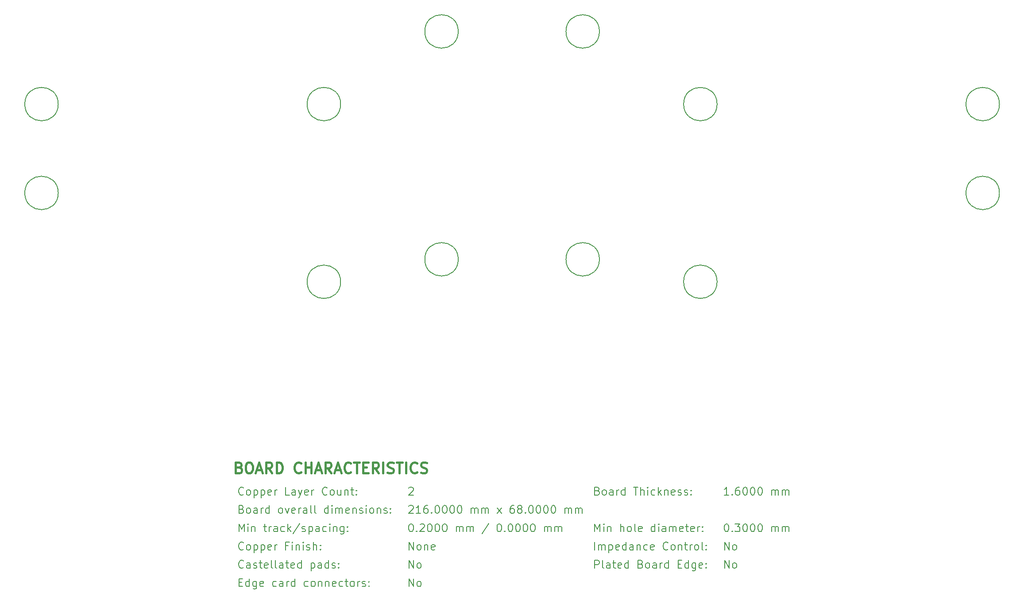
<source format=gbr>
%TF.GenerationSoftware,KiCad,Pcbnew,7.0.1*%
%TF.CreationDate,2023-03-24T13:46:13-04:00*%
%TF.ProjectId,kurp,6b757270-2e6b-4696-9361-645f70636258,v1.0.0*%
%TF.SameCoordinates,Original*%
%TF.FileFunction,Other,Comment*%
%FSLAX46Y46*%
G04 Gerber Fmt 4.6, Leading zero omitted, Abs format (unit mm)*
G04 Created by KiCad (PCBNEW 7.0.1) date 2023-03-24 13:46:13*
%MOMM*%
%LPD*%
G01*
G04 APERTURE LIST*
%ADD10C,0.200000*%
%ADD11C,0.400000*%
%ADD12C,0.150000*%
G04 APERTURE END LIST*
D10*
X218252074Y-189746856D02*
X218252074Y-188246856D01*
X218966360Y-189746856D02*
X218966360Y-188746856D01*
X218966360Y-188889713D02*
X219037789Y-188818285D01*
X219037789Y-188818285D02*
X219180646Y-188746856D01*
X219180646Y-188746856D02*
X219394932Y-188746856D01*
X219394932Y-188746856D02*
X219537789Y-188818285D01*
X219537789Y-188818285D02*
X219609218Y-188961142D01*
X219609218Y-188961142D02*
X219609218Y-189746856D01*
X219609218Y-188961142D02*
X219680646Y-188818285D01*
X219680646Y-188818285D02*
X219823503Y-188746856D01*
X219823503Y-188746856D02*
X220037789Y-188746856D01*
X220037789Y-188746856D02*
X220180646Y-188818285D01*
X220180646Y-188818285D02*
X220252075Y-188961142D01*
X220252075Y-188961142D02*
X220252075Y-189746856D01*
X220966360Y-188746856D02*
X220966360Y-190246856D01*
X220966360Y-188818285D02*
X221109218Y-188746856D01*
X221109218Y-188746856D02*
X221394932Y-188746856D01*
X221394932Y-188746856D02*
X221537789Y-188818285D01*
X221537789Y-188818285D02*
X221609218Y-188889713D01*
X221609218Y-188889713D02*
X221680646Y-189032570D01*
X221680646Y-189032570D02*
X221680646Y-189461142D01*
X221680646Y-189461142D02*
X221609218Y-189603999D01*
X221609218Y-189603999D02*
X221537789Y-189675428D01*
X221537789Y-189675428D02*
X221394932Y-189746856D01*
X221394932Y-189746856D02*
X221109218Y-189746856D01*
X221109218Y-189746856D02*
X220966360Y-189675428D01*
X222894932Y-189675428D02*
X222752075Y-189746856D01*
X222752075Y-189746856D02*
X222466361Y-189746856D01*
X222466361Y-189746856D02*
X222323503Y-189675428D01*
X222323503Y-189675428D02*
X222252075Y-189532570D01*
X222252075Y-189532570D02*
X222252075Y-188961142D01*
X222252075Y-188961142D02*
X222323503Y-188818285D01*
X222323503Y-188818285D02*
X222466361Y-188746856D01*
X222466361Y-188746856D02*
X222752075Y-188746856D01*
X222752075Y-188746856D02*
X222894932Y-188818285D01*
X222894932Y-188818285D02*
X222966361Y-188961142D01*
X222966361Y-188961142D02*
X222966361Y-189103999D01*
X222966361Y-189103999D02*
X222252075Y-189246856D01*
X224252075Y-189746856D02*
X224252075Y-188246856D01*
X224252075Y-189675428D02*
X224109217Y-189746856D01*
X224109217Y-189746856D02*
X223823503Y-189746856D01*
X223823503Y-189746856D02*
X223680646Y-189675428D01*
X223680646Y-189675428D02*
X223609217Y-189603999D01*
X223609217Y-189603999D02*
X223537789Y-189461142D01*
X223537789Y-189461142D02*
X223537789Y-189032570D01*
X223537789Y-189032570D02*
X223609217Y-188889713D01*
X223609217Y-188889713D02*
X223680646Y-188818285D01*
X223680646Y-188818285D02*
X223823503Y-188746856D01*
X223823503Y-188746856D02*
X224109217Y-188746856D01*
X224109217Y-188746856D02*
X224252075Y-188818285D01*
X225609218Y-189746856D02*
X225609218Y-188961142D01*
X225609218Y-188961142D02*
X225537789Y-188818285D01*
X225537789Y-188818285D02*
X225394932Y-188746856D01*
X225394932Y-188746856D02*
X225109218Y-188746856D01*
X225109218Y-188746856D02*
X224966360Y-188818285D01*
X225609218Y-189675428D02*
X225466360Y-189746856D01*
X225466360Y-189746856D02*
X225109218Y-189746856D01*
X225109218Y-189746856D02*
X224966360Y-189675428D01*
X224966360Y-189675428D02*
X224894932Y-189532570D01*
X224894932Y-189532570D02*
X224894932Y-189389713D01*
X224894932Y-189389713D02*
X224966360Y-189246856D01*
X224966360Y-189246856D02*
X225109218Y-189175428D01*
X225109218Y-189175428D02*
X225466360Y-189175428D01*
X225466360Y-189175428D02*
X225609218Y-189103999D01*
X226323503Y-188746856D02*
X226323503Y-189746856D01*
X226323503Y-188889713D02*
X226394932Y-188818285D01*
X226394932Y-188818285D02*
X226537789Y-188746856D01*
X226537789Y-188746856D02*
X226752075Y-188746856D01*
X226752075Y-188746856D02*
X226894932Y-188818285D01*
X226894932Y-188818285D02*
X226966361Y-188961142D01*
X226966361Y-188961142D02*
X226966361Y-189746856D01*
X228323504Y-189675428D02*
X228180646Y-189746856D01*
X228180646Y-189746856D02*
X227894932Y-189746856D01*
X227894932Y-189746856D02*
X227752075Y-189675428D01*
X227752075Y-189675428D02*
X227680646Y-189603999D01*
X227680646Y-189603999D02*
X227609218Y-189461142D01*
X227609218Y-189461142D02*
X227609218Y-189032570D01*
X227609218Y-189032570D02*
X227680646Y-188889713D01*
X227680646Y-188889713D02*
X227752075Y-188818285D01*
X227752075Y-188818285D02*
X227894932Y-188746856D01*
X227894932Y-188746856D02*
X228180646Y-188746856D01*
X228180646Y-188746856D02*
X228323504Y-188818285D01*
X229537789Y-189675428D02*
X229394932Y-189746856D01*
X229394932Y-189746856D02*
X229109218Y-189746856D01*
X229109218Y-189746856D02*
X228966360Y-189675428D01*
X228966360Y-189675428D02*
X228894932Y-189532570D01*
X228894932Y-189532570D02*
X228894932Y-188961142D01*
X228894932Y-188961142D02*
X228966360Y-188818285D01*
X228966360Y-188818285D02*
X229109218Y-188746856D01*
X229109218Y-188746856D02*
X229394932Y-188746856D01*
X229394932Y-188746856D02*
X229537789Y-188818285D01*
X229537789Y-188818285D02*
X229609218Y-188961142D01*
X229609218Y-188961142D02*
X229609218Y-189103999D01*
X229609218Y-189103999D02*
X228894932Y-189246856D01*
X232252074Y-189603999D02*
X232180646Y-189675428D01*
X232180646Y-189675428D02*
X231966360Y-189746856D01*
X231966360Y-189746856D02*
X231823503Y-189746856D01*
X231823503Y-189746856D02*
X231609217Y-189675428D01*
X231609217Y-189675428D02*
X231466360Y-189532570D01*
X231466360Y-189532570D02*
X231394931Y-189389713D01*
X231394931Y-189389713D02*
X231323503Y-189103999D01*
X231323503Y-189103999D02*
X231323503Y-188889713D01*
X231323503Y-188889713D02*
X231394931Y-188603999D01*
X231394931Y-188603999D02*
X231466360Y-188461142D01*
X231466360Y-188461142D02*
X231609217Y-188318285D01*
X231609217Y-188318285D02*
X231823503Y-188246856D01*
X231823503Y-188246856D02*
X231966360Y-188246856D01*
X231966360Y-188246856D02*
X232180646Y-188318285D01*
X232180646Y-188318285D02*
X232252074Y-188389713D01*
X233109217Y-189746856D02*
X232966360Y-189675428D01*
X232966360Y-189675428D02*
X232894931Y-189603999D01*
X232894931Y-189603999D02*
X232823503Y-189461142D01*
X232823503Y-189461142D02*
X232823503Y-189032570D01*
X232823503Y-189032570D02*
X232894931Y-188889713D01*
X232894931Y-188889713D02*
X232966360Y-188818285D01*
X232966360Y-188818285D02*
X233109217Y-188746856D01*
X233109217Y-188746856D02*
X233323503Y-188746856D01*
X233323503Y-188746856D02*
X233466360Y-188818285D01*
X233466360Y-188818285D02*
X233537789Y-188889713D01*
X233537789Y-188889713D02*
X233609217Y-189032570D01*
X233609217Y-189032570D02*
X233609217Y-189461142D01*
X233609217Y-189461142D02*
X233537789Y-189603999D01*
X233537789Y-189603999D02*
X233466360Y-189675428D01*
X233466360Y-189675428D02*
X233323503Y-189746856D01*
X233323503Y-189746856D02*
X233109217Y-189746856D01*
X234252074Y-188746856D02*
X234252074Y-189746856D01*
X234252074Y-188889713D02*
X234323503Y-188818285D01*
X234323503Y-188818285D02*
X234466360Y-188746856D01*
X234466360Y-188746856D02*
X234680646Y-188746856D01*
X234680646Y-188746856D02*
X234823503Y-188818285D01*
X234823503Y-188818285D02*
X234894932Y-188961142D01*
X234894932Y-188961142D02*
X234894932Y-189746856D01*
X235394932Y-188746856D02*
X235966360Y-188746856D01*
X235609217Y-188246856D02*
X235609217Y-189532570D01*
X235609217Y-189532570D02*
X235680646Y-189675428D01*
X235680646Y-189675428D02*
X235823503Y-189746856D01*
X235823503Y-189746856D02*
X235966360Y-189746856D01*
X236466360Y-189746856D02*
X236466360Y-188746856D01*
X236466360Y-189032570D02*
X236537789Y-188889713D01*
X236537789Y-188889713D02*
X236609218Y-188818285D01*
X236609218Y-188818285D02*
X236752075Y-188746856D01*
X236752075Y-188746856D02*
X236894932Y-188746856D01*
X237609217Y-189746856D02*
X237466360Y-189675428D01*
X237466360Y-189675428D02*
X237394931Y-189603999D01*
X237394931Y-189603999D02*
X237323503Y-189461142D01*
X237323503Y-189461142D02*
X237323503Y-189032570D01*
X237323503Y-189032570D02*
X237394931Y-188889713D01*
X237394931Y-188889713D02*
X237466360Y-188818285D01*
X237466360Y-188818285D02*
X237609217Y-188746856D01*
X237609217Y-188746856D02*
X237823503Y-188746856D01*
X237823503Y-188746856D02*
X237966360Y-188818285D01*
X237966360Y-188818285D02*
X238037789Y-188889713D01*
X238037789Y-188889713D02*
X238109217Y-189032570D01*
X238109217Y-189032570D02*
X238109217Y-189461142D01*
X238109217Y-189461142D02*
X238037789Y-189603999D01*
X238037789Y-189603999D02*
X237966360Y-189675428D01*
X237966360Y-189675428D02*
X237823503Y-189746856D01*
X237823503Y-189746856D02*
X237609217Y-189746856D01*
X238966360Y-189746856D02*
X238823503Y-189675428D01*
X238823503Y-189675428D02*
X238752074Y-189532570D01*
X238752074Y-189532570D02*
X238752074Y-188246856D01*
X239537788Y-189603999D02*
X239609217Y-189675428D01*
X239609217Y-189675428D02*
X239537788Y-189746856D01*
X239537788Y-189746856D02*
X239466360Y-189675428D01*
X239466360Y-189675428D02*
X239537788Y-189603999D01*
X239537788Y-189603999D02*
X239537788Y-189746856D01*
X239537788Y-188818285D02*
X239609217Y-188889713D01*
X239609217Y-188889713D02*
X239537788Y-188961142D01*
X239537788Y-188961142D02*
X239466360Y-188889713D01*
X239466360Y-188889713D02*
X239537788Y-188818285D01*
X239537788Y-188818285D02*
X239537788Y-188961142D01*
D11*
X150244937Y-173973047D02*
X150530651Y-174068285D01*
X150530651Y-174068285D02*
X150625889Y-174163523D01*
X150625889Y-174163523D02*
X150721127Y-174353999D01*
X150721127Y-174353999D02*
X150721127Y-174639713D01*
X150721127Y-174639713D02*
X150625889Y-174830189D01*
X150625889Y-174830189D02*
X150530651Y-174925428D01*
X150530651Y-174925428D02*
X150340175Y-175020666D01*
X150340175Y-175020666D02*
X149578270Y-175020666D01*
X149578270Y-175020666D02*
X149578270Y-173020666D01*
X149578270Y-173020666D02*
X150244937Y-173020666D01*
X150244937Y-173020666D02*
X150435413Y-173115904D01*
X150435413Y-173115904D02*
X150530651Y-173211142D01*
X150530651Y-173211142D02*
X150625889Y-173401618D01*
X150625889Y-173401618D02*
X150625889Y-173592094D01*
X150625889Y-173592094D02*
X150530651Y-173782570D01*
X150530651Y-173782570D02*
X150435413Y-173877808D01*
X150435413Y-173877808D02*
X150244937Y-173973047D01*
X150244937Y-173973047D02*
X149578270Y-173973047D01*
X151959222Y-173020666D02*
X152340175Y-173020666D01*
X152340175Y-173020666D02*
X152530651Y-173115904D01*
X152530651Y-173115904D02*
X152721127Y-173306380D01*
X152721127Y-173306380D02*
X152816365Y-173687332D01*
X152816365Y-173687332D02*
X152816365Y-174353999D01*
X152816365Y-174353999D02*
X152721127Y-174734951D01*
X152721127Y-174734951D02*
X152530651Y-174925428D01*
X152530651Y-174925428D02*
X152340175Y-175020666D01*
X152340175Y-175020666D02*
X151959222Y-175020666D01*
X151959222Y-175020666D02*
X151768746Y-174925428D01*
X151768746Y-174925428D02*
X151578270Y-174734951D01*
X151578270Y-174734951D02*
X151483032Y-174353999D01*
X151483032Y-174353999D02*
X151483032Y-173687332D01*
X151483032Y-173687332D02*
X151578270Y-173306380D01*
X151578270Y-173306380D02*
X151768746Y-173115904D01*
X151768746Y-173115904D02*
X151959222Y-173020666D01*
X153578270Y-174449237D02*
X154530651Y-174449237D01*
X153387794Y-175020666D02*
X154054460Y-173020666D01*
X154054460Y-173020666D02*
X154721127Y-175020666D01*
X156530651Y-175020666D02*
X155863984Y-174068285D01*
X155387794Y-175020666D02*
X155387794Y-173020666D01*
X155387794Y-173020666D02*
X156149699Y-173020666D01*
X156149699Y-173020666D02*
X156340175Y-173115904D01*
X156340175Y-173115904D02*
X156435413Y-173211142D01*
X156435413Y-173211142D02*
X156530651Y-173401618D01*
X156530651Y-173401618D02*
X156530651Y-173687332D01*
X156530651Y-173687332D02*
X156435413Y-173877808D01*
X156435413Y-173877808D02*
X156340175Y-173973047D01*
X156340175Y-173973047D02*
X156149699Y-174068285D01*
X156149699Y-174068285D02*
X155387794Y-174068285D01*
X157387794Y-175020666D02*
X157387794Y-173020666D01*
X157387794Y-173020666D02*
X157863984Y-173020666D01*
X157863984Y-173020666D02*
X158149699Y-173115904D01*
X158149699Y-173115904D02*
X158340175Y-173306380D01*
X158340175Y-173306380D02*
X158435413Y-173496856D01*
X158435413Y-173496856D02*
X158530651Y-173877808D01*
X158530651Y-173877808D02*
X158530651Y-174163523D01*
X158530651Y-174163523D02*
X158435413Y-174544475D01*
X158435413Y-174544475D02*
X158340175Y-174734951D01*
X158340175Y-174734951D02*
X158149699Y-174925428D01*
X158149699Y-174925428D02*
X157863984Y-175020666D01*
X157863984Y-175020666D02*
X157387794Y-175020666D01*
X162054461Y-174830189D02*
X161959223Y-174925428D01*
X161959223Y-174925428D02*
X161673509Y-175020666D01*
X161673509Y-175020666D02*
X161483033Y-175020666D01*
X161483033Y-175020666D02*
X161197318Y-174925428D01*
X161197318Y-174925428D02*
X161006842Y-174734951D01*
X161006842Y-174734951D02*
X160911604Y-174544475D01*
X160911604Y-174544475D02*
X160816366Y-174163523D01*
X160816366Y-174163523D02*
X160816366Y-173877808D01*
X160816366Y-173877808D02*
X160911604Y-173496856D01*
X160911604Y-173496856D02*
X161006842Y-173306380D01*
X161006842Y-173306380D02*
X161197318Y-173115904D01*
X161197318Y-173115904D02*
X161483033Y-173020666D01*
X161483033Y-173020666D02*
X161673509Y-173020666D01*
X161673509Y-173020666D02*
X161959223Y-173115904D01*
X161959223Y-173115904D02*
X162054461Y-173211142D01*
X162911604Y-175020666D02*
X162911604Y-173020666D01*
X162911604Y-173973047D02*
X164054461Y-173973047D01*
X164054461Y-175020666D02*
X164054461Y-173020666D01*
X164911604Y-174449237D02*
X165863985Y-174449237D01*
X164721128Y-175020666D02*
X165387794Y-173020666D01*
X165387794Y-173020666D02*
X166054461Y-175020666D01*
X167863985Y-175020666D02*
X167197318Y-174068285D01*
X166721128Y-175020666D02*
X166721128Y-173020666D01*
X166721128Y-173020666D02*
X167483033Y-173020666D01*
X167483033Y-173020666D02*
X167673509Y-173115904D01*
X167673509Y-173115904D02*
X167768747Y-173211142D01*
X167768747Y-173211142D02*
X167863985Y-173401618D01*
X167863985Y-173401618D02*
X167863985Y-173687332D01*
X167863985Y-173687332D02*
X167768747Y-173877808D01*
X167768747Y-173877808D02*
X167673509Y-173973047D01*
X167673509Y-173973047D02*
X167483033Y-174068285D01*
X167483033Y-174068285D02*
X166721128Y-174068285D01*
X168625890Y-174449237D02*
X169578271Y-174449237D01*
X168435414Y-175020666D02*
X169102080Y-173020666D01*
X169102080Y-173020666D02*
X169768747Y-175020666D01*
X171578271Y-174830189D02*
X171483033Y-174925428D01*
X171483033Y-174925428D02*
X171197319Y-175020666D01*
X171197319Y-175020666D02*
X171006843Y-175020666D01*
X171006843Y-175020666D02*
X170721128Y-174925428D01*
X170721128Y-174925428D02*
X170530652Y-174734951D01*
X170530652Y-174734951D02*
X170435414Y-174544475D01*
X170435414Y-174544475D02*
X170340176Y-174163523D01*
X170340176Y-174163523D02*
X170340176Y-173877808D01*
X170340176Y-173877808D02*
X170435414Y-173496856D01*
X170435414Y-173496856D02*
X170530652Y-173306380D01*
X170530652Y-173306380D02*
X170721128Y-173115904D01*
X170721128Y-173115904D02*
X171006843Y-173020666D01*
X171006843Y-173020666D02*
X171197319Y-173020666D01*
X171197319Y-173020666D02*
X171483033Y-173115904D01*
X171483033Y-173115904D02*
X171578271Y-173211142D01*
X172149700Y-173020666D02*
X173292557Y-173020666D01*
X172721128Y-175020666D02*
X172721128Y-173020666D01*
X173959224Y-173973047D02*
X174625891Y-173973047D01*
X174911605Y-175020666D02*
X173959224Y-175020666D01*
X173959224Y-175020666D02*
X173959224Y-173020666D01*
X173959224Y-173020666D02*
X174911605Y-173020666D01*
X176911605Y-175020666D02*
X176244938Y-174068285D01*
X175768748Y-175020666D02*
X175768748Y-173020666D01*
X175768748Y-173020666D02*
X176530653Y-173020666D01*
X176530653Y-173020666D02*
X176721129Y-173115904D01*
X176721129Y-173115904D02*
X176816367Y-173211142D01*
X176816367Y-173211142D02*
X176911605Y-173401618D01*
X176911605Y-173401618D02*
X176911605Y-173687332D01*
X176911605Y-173687332D02*
X176816367Y-173877808D01*
X176816367Y-173877808D02*
X176721129Y-173973047D01*
X176721129Y-173973047D02*
X176530653Y-174068285D01*
X176530653Y-174068285D02*
X175768748Y-174068285D01*
X177768748Y-175020666D02*
X177768748Y-173020666D01*
X178625891Y-174925428D02*
X178911605Y-175020666D01*
X178911605Y-175020666D02*
X179387796Y-175020666D01*
X179387796Y-175020666D02*
X179578272Y-174925428D01*
X179578272Y-174925428D02*
X179673510Y-174830189D01*
X179673510Y-174830189D02*
X179768748Y-174639713D01*
X179768748Y-174639713D02*
X179768748Y-174449237D01*
X179768748Y-174449237D02*
X179673510Y-174258761D01*
X179673510Y-174258761D02*
X179578272Y-174163523D01*
X179578272Y-174163523D02*
X179387796Y-174068285D01*
X179387796Y-174068285D02*
X179006843Y-173973047D01*
X179006843Y-173973047D02*
X178816367Y-173877808D01*
X178816367Y-173877808D02*
X178721129Y-173782570D01*
X178721129Y-173782570D02*
X178625891Y-173592094D01*
X178625891Y-173592094D02*
X178625891Y-173401618D01*
X178625891Y-173401618D02*
X178721129Y-173211142D01*
X178721129Y-173211142D02*
X178816367Y-173115904D01*
X178816367Y-173115904D02*
X179006843Y-173020666D01*
X179006843Y-173020666D02*
X179483034Y-173020666D01*
X179483034Y-173020666D02*
X179768748Y-173115904D01*
X180340177Y-173020666D02*
X181483034Y-173020666D01*
X180911605Y-175020666D02*
X180911605Y-173020666D01*
X182149701Y-175020666D02*
X182149701Y-173020666D01*
X184244939Y-174830189D02*
X184149701Y-174925428D01*
X184149701Y-174925428D02*
X183863987Y-175020666D01*
X183863987Y-175020666D02*
X183673511Y-175020666D01*
X183673511Y-175020666D02*
X183387796Y-174925428D01*
X183387796Y-174925428D02*
X183197320Y-174734951D01*
X183197320Y-174734951D02*
X183102082Y-174544475D01*
X183102082Y-174544475D02*
X183006844Y-174163523D01*
X183006844Y-174163523D02*
X183006844Y-173877808D01*
X183006844Y-173877808D02*
X183102082Y-173496856D01*
X183102082Y-173496856D02*
X183197320Y-173306380D01*
X183197320Y-173306380D02*
X183387796Y-173115904D01*
X183387796Y-173115904D02*
X183673511Y-173020666D01*
X183673511Y-173020666D02*
X183863987Y-173020666D01*
X183863987Y-173020666D02*
X184149701Y-173115904D01*
X184149701Y-173115904D02*
X184244939Y-173211142D01*
X185006844Y-174925428D02*
X185292558Y-175020666D01*
X185292558Y-175020666D02*
X185768749Y-175020666D01*
X185768749Y-175020666D02*
X185959225Y-174925428D01*
X185959225Y-174925428D02*
X186054463Y-174830189D01*
X186054463Y-174830189D02*
X186149701Y-174639713D01*
X186149701Y-174639713D02*
X186149701Y-174449237D01*
X186149701Y-174449237D02*
X186054463Y-174258761D01*
X186054463Y-174258761D02*
X185959225Y-174163523D01*
X185959225Y-174163523D02*
X185768749Y-174068285D01*
X185768749Y-174068285D02*
X185387796Y-173973047D01*
X185387796Y-173973047D02*
X185197320Y-173877808D01*
X185197320Y-173877808D02*
X185102082Y-173782570D01*
X185102082Y-173782570D02*
X185006844Y-173592094D01*
X185006844Y-173592094D02*
X185006844Y-173401618D01*
X185006844Y-173401618D02*
X185102082Y-173211142D01*
X185102082Y-173211142D02*
X185197320Y-173115904D01*
X185197320Y-173115904D02*
X185387796Y-173020666D01*
X185387796Y-173020666D02*
X185863987Y-173020666D01*
X185863987Y-173020666D02*
X186149701Y-173115904D01*
D10*
X182694937Y-177889713D02*
X182766365Y-177818285D01*
X182766365Y-177818285D02*
X182909223Y-177746856D01*
X182909223Y-177746856D02*
X183266365Y-177746856D01*
X183266365Y-177746856D02*
X183409223Y-177818285D01*
X183409223Y-177818285D02*
X183480651Y-177889713D01*
X183480651Y-177889713D02*
X183552080Y-178032570D01*
X183552080Y-178032570D02*
X183552080Y-178175428D01*
X183552080Y-178175428D02*
X183480651Y-178389713D01*
X183480651Y-178389713D02*
X182623508Y-179246856D01*
X182623508Y-179246856D02*
X183552080Y-179246856D01*
X151066365Y-189603999D02*
X150994937Y-189675428D01*
X150994937Y-189675428D02*
X150780651Y-189746856D01*
X150780651Y-189746856D02*
X150637794Y-189746856D01*
X150637794Y-189746856D02*
X150423508Y-189675428D01*
X150423508Y-189675428D02*
X150280651Y-189532570D01*
X150280651Y-189532570D02*
X150209222Y-189389713D01*
X150209222Y-189389713D02*
X150137794Y-189103999D01*
X150137794Y-189103999D02*
X150137794Y-188889713D01*
X150137794Y-188889713D02*
X150209222Y-188603999D01*
X150209222Y-188603999D02*
X150280651Y-188461142D01*
X150280651Y-188461142D02*
X150423508Y-188318285D01*
X150423508Y-188318285D02*
X150637794Y-188246856D01*
X150637794Y-188246856D02*
X150780651Y-188246856D01*
X150780651Y-188246856D02*
X150994937Y-188318285D01*
X150994937Y-188318285D02*
X151066365Y-188389713D01*
X151923508Y-189746856D02*
X151780651Y-189675428D01*
X151780651Y-189675428D02*
X151709222Y-189603999D01*
X151709222Y-189603999D02*
X151637794Y-189461142D01*
X151637794Y-189461142D02*
X151637794Y-189032570D01*
X151637794Y-189032570D02*
X151709222Y-188889713D01*
X151709222Y-188889713D02*
X151780651Y-188818285D01*
X151780651Y-188818285D02*
X151923508Y-188746856D01*
X151923508Y-188746856D02*
X152137794Y-188746856D01*
X152137794Y-188746856D02*
X152280651Y-188818285D01*
X152280651Y-188818285D02*
X152352080Y-188889713D01*
X152352080Y-188889713D02*
X152423508Y-189032570D01*
X152423508Y-189032570D02*
X152423508Y-189461142D01*
X152423508Y-189461142D02*
X152352080Y-189603999D01*
X152352080Y-189603999D02*
X152280651Y-189675428D01*
X152280651Y-189675428D02*
X152137794Y-189746856D01*
X152137794Y-189746856D02*
X151923508Y-189746856D01*
X153066365Y-188746856D02*
X153066365Y-190246856D01*
X153066365Y-188818285D02*
X153209223Y-188746856D01*
X153209223Y-188746856D02*
X153494937Y-188746856D01*
X153494937Y-188746856D02*
X153637794Y-188818285D01*
X153637794Y-188818285D02*
X153709223Y-188889713D01*
X153709223Y-188889713D02*
X153780651Y-189032570D01*
X153780651Y-189032570D02*
X153780651Y-189461142D01*
X153780651Y-189461142D02*
X153709223Y-189603999D01*
X153709223Y-189603999D02*
X153637794Y-189675428D01*
X153637794Y-189675428D02*
X153494937Y-189746856D01*
X153494937Y-189746856D02*
X153209223Y-189746856D01*
X153209223Y-189746856D02*
X153066365Y-189675428D01*
X154423508Y-188746856D02*
X154423508Y-190246856D01*
X154423508Y-188818285D02*
X154566366Y-188746856D01*
X154566366Y-188746856D02*
X154852080Y-188746856D01*
X154852080Y-188746856D02*
X154994937Y-188818285D01*
X154994937Y-188818285D02*
X155066366Y-188889713D01*
X155066366Y-188889713D02*
X155137794Y-189032570D01*
X155137794Y-189032570D02*
X155137794Y-189461142D01*
X155137794Y-189461142D02*
X155066366Y-189603999D01*
X155066366Y-189603999D02*
X154994937Y-189675428D01*
X154994937Y-189675428D02*
X154852080Y-189746856D01*
X154852080Y-189746856D02*
X154566366Y-189746856D01*
X154566366Y-189746856D02*
X154423508Y-189675428D01*
X156352080Y-189675428D02*
X156209223Y-189746856D01*
X156209223Y-189746856D02*
X155923509Y-189746856D01*
X155923509Y-189746856D02*
X155780651Y-189675428D01*
X155780651Y-189675428D02*
X155709223Y-189532570D01*
X155709223Y-189532570D02*
X155709223Y-188961142D01*
X155709223Y-188961142D02*
X155780651Y-188818285D01*
X155780651Y-188818285D02*
X155923509Y-188746856D01*
X155923509Y-188746856D02*
X156209223Y-188746856D01*
X156209223Y-188746856D02*
X156352080Y-188818285D01*
X156352080Y-188818285D02*
X156423509Y-188961142D01*
X156423509Y-188961142D02*
X156423509Y-189103999D01*
X156423509Y-189103999D02*
X155709223Y-189246856D01*
X157066365Y-189746856D02*
X157066365Y-188746856D01*
X157066365Y-189032570D02*
X157137794Y-188889713D01*
X157137794Y-188889713D02*
X157209223Y-188818285D01*
X157209223Y-188818285D02*
X157352080Y-188746856D01*
X157352080Y-188746856D02*
X157494937Y-188746856D01*
X159637793Y-188961142D02*
X159137793Y-188961142D01*
X159137793Y-189746856D02*
X159137793Y-188246856D01*
X159137793Y-188246856D02*
X159852079Y-188246856D01*
X160423507Y-189746856D02*
X160423507Y-188746856D01*
X160423507Y-188246856D02*
X160352079Y-188318285D01*
X160352079Y-188318285D02*
X160423507Y-188389713D01*
X160423507Y-188389713D02*
X160494936Y-188318285D01*
X160494936Y-188318285D02*
X160423507Y-188246856D01*
X160423507Y-188246856D02*
X160423507Y-188389713D01*
X161137793Y-188746856D02*
X161137793Y-189746856D01*
X161137793Y-188889713D02*
X161209222Y-188818285D01*
X161209222Y-188818285D02*
X161352079Y-188746856D01*
X161352079Y-188746856D02*
X161566365Y-188746856D01*
X161566365Y-188746856D02*
X161709222Y-188818285D01*
X161709222Y-188818285D02*
X161780651Y-188961142D01*
X161780651Y-188961142D02*
X161780651Y-189746856D01*
X162494936Y-189746856D02*
X162494936Y-188746856D01*
X162494936Y-188246856D02*
X162423508Y-188318285D01*
X162423508Y-188318285D02*
X162494936Y-188389713D01*
X162494936Y-188389713D02*
X162566365Y-188318285D01*
X162566365Y-188318285D02*
X162494936Y-188246856D01*
X162494936Y-188246856D02*
X162494936Y-188389713D01*
X163137794Y-189675428D02*
X163280651Y-189746856D01*
X163280651Y-189746856D02*
X163566365Y-189746856D01*
X163566365Y-189746856D02*
X163709222Y-189675428D01*
X163709222Y-189675428D02*
X163780651Y-189532570D01*
X163780651Y-189532570D02*
X163780651Y-189461142D01*
X163780651Y-189461142D02*
X163709222Y-189318285D01*
X163709222Y-189318285D02*
X163566365Y-189246856D01*
X163566365Y-189246856D02*
X163352080Y-189246856D01*
X163352080Y-189246856D02*
X163209222Y-189175428D01*
X163209222Y-189175428D02*
X163137794Y-189032570D01*
X163137794Y-189032570D02*
X163137794Y-188961142D01*
X163137794Y-188961142D02*
X163209222Y-188818285D01*
X163209222Y-188818285D02*
X163352080Y-188746856D01*
X163352080Y-188746856D02*
X163566365Y-188746856D01*
X163566365Y-188746856D02*
X163709222Y-188818285D01*
X164423508Y-189746856D02*
X164423508Y-188246856D01*
X165066366Y-189746856D02*
X165066366Y-188961142D01*
X165066366Y-188961142D02*
X164994937Y-188818285D01*
X164994937Y-188818285D02*
X164852080Y-188746856D01*
X164852080Y-188746856D02*
X164637794Y-188746856D01*
X164637794Y-188746856D02*
X164494937Y-188818285D01*
X164494937Y-188818285D02*
X164423508Y-188889713D01*
X165780651Y-189603999D02*
X165852080Y-189675428D01*
X165852080Y-189675428D02*
X165780651Y-189746856D01*
X165780651Y-189746856D02*
X165709223Y-189675428D01*
X165709223Y-189675428D02*
X165780651Y-189603999D01*
X165780651Y-189603999D02*
X165780651Y-189746856D01*
X165780651Y-188818285D02*
X165852080Y-188889713D01*
X165852080Y-188889713D02*
X165780651Y-188961142D01*
X165780651Y-188961142D02*
X165709223Y-188889713D01*
X165709223Y-188889713D02*
X165780651Y-188818285D01*
X165780651Y-188818285D02*
X165780651Y-188961142D01*
X243380646Y-184746856D02*
X243523503Y-184746856D01*
X243523503Y-184746856D02*
X243666360Y-184818285D01*
X243666360Y-184818285D02*
X243737789Y-184889713D01*
X243737789Y-184889713D02*
X243809217Y-185032570D01*
X243809217Y-185032570D02*
X243880646Y-185318285D01*
X243880646Y-185318285D02*
X243880646Y-185675428D01*
X243880646Y-185675428D02*
X243809217Y-185961142D01*
X243809217Y-185961142D02*
X243737789Y-186103999D01*
X243737789Y-186103999D02*
X243666360Y-186175428D01*
X243666360Y-186175428D02*
X243523503Y-186246856D01*
X243523503Y-186246856D02*
X243380646Y-186246856D01*
X243380646Y-186246856D02*
X243237789Y-186175428D01*
X243237789Y-186175428D02*
X243166360Y-186103999D01*
X243166360Y-186103999D02*
X243094931Y-185961142D01*
X243094931Y-185961142D02*
X243023503Y-185675428D01*
X243023503Y-185675428D02*
X243023503Y-185318285D01*
X243023503Y-185318285D02*
X243094931Y-185032570D01*
X243094931Y-185032570D02*
X243166360Y-184889713D01*
X243166360Y-184889713D02*
X243237789Y-184818285D01*
X243237789Y-184818285D02*
X243380646Y-184746856D01*
X244523502Y-186103999D02*
X244594931Y-186175428D01*
X244594931Y-186175428D02*
X244523502Y-186246856D01*
X244523502Y-186246856D02*
X244452074Y-186175428D01*
X244452074Y-186175428D02*
X244523502Y-186103999D01*
X244523502Y-186103999D02*
X244523502Y-186246856D01*
X245094931Y-184746856D02*
X246023503Y-184746856D01*
X246023503Y-184746856D02*
X245523503Y-185318285D01*
X245523503Y-185318285D02*
X245737788Y-185318285D01*
X245737788Y-185318285D02*
X245880646Y-185389713D01*
X245880646Y-185389713D02*
X245952074Y-185461142D01*
X245952074Y-185461142D02*
X246023503Y-185603999D01*
X246023503Y-185603999D02*
X246023503Y-185961142D01*
X246023503Y-185961142D02*
X245952074Y-186103999D01*
X245952074Y-186103999D02*
X245880646Y-186175428D01*
X245880646Y-186175428D02*
X245737788Y-186246856D01*
X245737788Y-186246856D02*
X245309217Y-186246856D01*
X245309217Y-186246856D02*
X245166360Y-186175428D01*
X245166360Y-186175428D02*
X245094931Y-186103999D01*
X246952074Y-184746856D02*
X247094931Y-184746856D01*
X247094931Y-184746856D02*
X247237788Y-184818285D01*
X247237788Y-184818285D02*
X247309217Y-184889713D01*
X247309217Y-184889713D02*
X247380645Y-185032570D01*
X247380645Y-185032570D02*
X247452074Y-185318285D01*
X247452074Y-185318285D02*
X247452074Y-185675428D01*
X247452074Y-185675428D02*
X247380645Y-185961142D01*
X247380645Y-185961142D02*
X247309217Y-186103999D01*
X247309217Y-186103999D02*
X247237788Y-186175428D01*
X247237788Y-186175428D02*
X247094931Y-186246856D01*
X247094931Y-186246856D02*
X246952074Y-186246856D01*
X246952074Y-186246856D02*
X246809217Y-186175428D01*
X246809217Y-186175428D02*
X246737788Y-186103999D01*
X246737788Y-186103999D02*
X246666359Y-185961142D01*
X246666359Y-185961142D02*
X246594931Y-185675428D01*
X246594931Y-185675428D02*
X246594931Y-185318285D01*
X246594931Y-185318285D02*
X246666359Y-185032570D01*
X246666359Y-185032570D02*
X246737788Y-184889713D01*
X246737788Y-184889713D02*
X246809217Y-184818285D01*
X246809217Y-184818285D02*
X246952074Y-184746856D01*
X248380645Y-184746856D02*
X248523502Y-184746856D01*
X248523502Y-184746856D02*
X248666359Y-184818285D01*
X248666359Y-184818285D02*
X248737788Y-184889713D01*
X248737788Y-184889713D02*
X248809216Y-185032570D01*
X248809216Y-185032570D02*
X248880645Y-185318285D01*
X248880645Y-185318285D02*
X248880645Y-185675428D01*
X248880645Y-185675428D02*
X248809216Y-185961142D01*
X248809216Y-185961142D02*
X248737788Y-186103999D01*
X248737788Y-186103999D02*
X248666359Y-186175428D01*
X248666359Y-186175428D02*
X248523502Y-186246856D01*
X248523502Y-186246856D02*
X248380645Y-186246856D01*
X248380645Y-186246856D02*
X248237788Y-186175428D01*
X248237788Y-186175428D02*
X248166359Y-186103999D01*
X248166359Y-186103999D02*
X248094930Y-185961142D01*
X248094930Y-185961142D02*
X248023502Y-185675428D01*
X248023502Y-185675428D02*
X248023502Y-185318285D01*
X248023502Y-185318285D02*
X248094930Y-185032570D01*
X248094930Y-185032570D02*
X248166359Y-184889713D01*
X248166359Y-184889713D02*
X248237788Y-184818285D01*
X248237788Y-184818285D02*
X248380645Y-184746856D01*
X249809216Y-184746856D02*
X249952073Y-184746856D01*
X249952073Y-184746856D02*
X250094930Y-184818285D01*
X250094930Y-184818285D02*
X250166359Y-184889713D01*
X250166359Y-184889713D02*
X250237787Y-185032570D01*
X250237787Y-185032570D02*
X250309216Y-185318285D01*
X250309216Y-185318285D02*
X250309216Y-185675428D01*
X250309216Y-185675428D02*
X250237787Y-185961142D01*
X250237787Y-185961142D02*
X250166359Y-186103999D01*
X250166359Y-186103999D02*
X250094930Y-186175428D01*
X250094930Y-186175428D02*
X249952073Y-186246856D01*
X249952073Y-186246856D02*
X249809216Y-186246856D01*
X249809216Y-186246856D02*
X249666359Y-186175428D01*
X249666359Y-186175428D02*
X249594930Y-186103999D01*
X249594930Y-186103999D02*
X249523501Y-185961142D01*
X249523501Y-185961142D02*
X249452073Y-185675428D01*
X249452073Y-185675428D02*
X249452073Y-185318285D01*
X249452073Y-185318285D02*
X249523501Y-185032570D01*
X249523501Y-185032570D02*
X249594930Y-184889713D01*
X249594930Y-184889713D02*
X249666359Y-184818285D01*
X249666359Y-184818285D02*
X249809216Y-184746856D01*
X252094929Y-186246856D02*
X252094929Y-185246856D01*
X252094929Y-185389713D02*
X252166358Y-185318285D01*
X252166358Y-185318285D02*
X252309215Y-185246856D01*
X252309215Y-185246856D02*
X252523501Y-185246856D01*
X252523501Y-185246856D02*
X252666358Y-185318285D01*
X252666358Y-185318285D02*
X252737787Y-185461142D01*
X252737787Y-185461142D02*
X252737787Y-186246856D01*
X252737787Y-185461142D02*
X252809215Y-185318285D01*
X252809215Y-185318285D02*
X252952072Y-185246856D01*
X252952072Y-185246856D02*
X253166358Y-185246856D01*
X253166358Y-185246856D02*
X253309215Y-185318285D01*
X253309215Y-185318285D02*
X253380644Y-185461142D01*
X253380644Y-185461142D02*
X253380644Y-186246856D01*
X254094929Y-186246856D02*
X254094929Y-185246856D01*
X254094929Y-185389713D02*
X254166358Y-185318285D01*
X254166358Y-185318285D02*
X254309215Y-185246856D01*
X254309215Y-185246856D02*
X254523501Y-185246856D01*
X254523501Y-185246856D02*
X254666358Y-185318285D01*
X254666358Y-185318285D02*
X254737787Y-185461142D01*
X254737787Y-185461142D02*
X254737787Y-186246856D01*
X254737787Y-185461142D02*
X254809215Y-185318285D01*
X254809215Y-185318285D02*
X254952072Y-185246856D01*
X254952072Y-185246856D02*
X255166358Y-185246856D01*
X255166358Y-185246856D02*
X255309215Y-185318285D01*
X255309215Y-185318285D02*
X255380644Y-185461142D01*
X255380644Y-185461142D02*
X255380644Y-186246856D01*
X150209222Y-195961142D02*
X150709222Y-195961142D01*
X150923508Y-196746856D02*
X150209222Y-196746856D01*
X150209222Y-196746856D02*
X150209222Y-195246856D01*
X150209222Y-195246856D02*
X150923508Y-195246856D01*
X152209223Y-196746856D02*
X152209223Y-195246856D01*
X152209223Y-196675428D02*
X152066365Y-196746856D01*
X152066365Y-196746856D02*
X151780651Y-196746856D01*
X151780651Y-196746856D02*
X151637794Y-196675428D01*
X151637794Y-196675428D02*
X151566365Y-196603999D01*
X151566365Y-196603999D02*
X151494937Y-196461142D01*
X151494937Y-196461142D02*
X151494937Y-196032570D01*
X151494937Y-196032570D02*
X151566365Y-195889713D01*
X151566365Y-195889713D02*
X151637794Y-195818285D01*
X151637794Y-195818285D02*
X151780651Y-195746856D01*
X151780651Y-195746856D02*
X152066365Y-195746856D01*
X152066365Y-195746856D02*
X152209223Y-195818285D01*
X153566366Y-195746856D02*
X153566366Y-196961142D01*
X153566366Y-196961142D02*
X153494937Y-197103999D01*
X153494937Y-197103999D02*
X153423508Y-197175428D01*
X153423508Y-197175428D02*
X153280651Y-197246856D01*
X153280651Y-197246856D02*
X153066366Y-197246856D01*
X153066366Y-197246856D02*
X152923508Y-197175428D01*
X153566366Y-196675428D02*
X153423508Y-196746856D01*
X153423508Y-196746856D02*
X153137794Y-196746856D01*
X153137794Y-196746856D02*
X152994937Y-196675428D01*
X152994937Y-196675428D02*
X152923508Y-196603999D01*
X152923508Y-196603999D02*
X152852080Y-196461142D01*
X152852080Y-196461142D02*
X152852080Y-196032570D01*
X152852080Y-196032570D02*
X152923508Y-195889713D01*
X152923508Y-195889713D02*
X152994937Y-195818285D01*
X152994937Y-195818285D02*
X153137794Y-195746856D01*
X153137794Y-195746856D02*
X153423508Y-195746856D01*
X153423508Y-195746856D02*
X153566366Y-195818285D01*
X154852080Y-196675428D02*
X154709223Y-196746856D01*
X154709223Y-196746856D02*
X154423509Y-196746856D01*
X154423509Y-196746856D02*
X154280651Y-196675428D01*
X154280651Y-196675428D02*
X154209223Y-196532570D01*
X154209223Y-196532570D02*
X154209223Y-195961142D01*
X154209223Y-195961142D02*
X154280651Y-195818285D01*
X154280651Y-195818285D02*
X154423509Y-195746856D01*
X154423509Y-195746856D02*
X154709223Y-195746856D01*
X154709223Y-195746856D02*
X154852080Y-195818285D01*
X154852080Y-195818285D02*
X154923509Y-195961142D01*
X154923509Y-195961142D02*
X154923509Y-196103999D01*
X154923509Y-196103999D02*
X154209223Y-196246856D01*
X157352080Y-196675428D02*
X157209222Y-196746856D01*
X157209222Y-196746856D02*
X156923508Y-196746856D01*
X156923508Y-196746856D02*
X156780651Y-196675428D01*
X156780651Y-196675428D02*
X156709222Y-196603999D01*
X156709222Y-196603999D02*
X156637794Y-196461142D01*
X156637794Y-196461142D02*
X156637794Y-196032570D01*
X156637794Y-196032570D02*
X156709222Y-195889713D01*
X156709222Y-195889713D02*
X156780651Y-195818285D01*
X156780651Y-195818285D02*
X156923508Y-195746856D01*
X156923508Y-195746856D02*
X157209222Y-195746856D01*
X157209222Y-195746856D02*
X157352080Y-195818285D01*
X158637794Y-196746856D02*
X158637794Y-195961142D01*
X158637794Y-195961142D02*
X158566365Y-195818285D01*
X158566365Y-195818285D02*
X158423508Y-195746856D01*
X158423508Y-195746856D02*
X158137794Y-195746856D01*
X158137794Y-195746856D02*
X157994936Y-195818285D01*
X158637794Y-196675428D02*
X158494936Y-196746856D01*
X158494936Y-196746856D02*
X158137794Y-196746856D01*
X158137794Y-196746856D02*
X157994936Y-196675428D01*
X157994936Y-196675428D02*
X157923508Y-196532570D01*
X157923508Y-196532570D02*
X157923508Y-196389713D01*
X157923508Y-196389713D02*
X157994936Y-196246856D01*
X157994936Y-196246856D02*
X158137794Y-196175428D01*
X158137794Y-196175428D02*
X158494936Y-196175428D01*
X158494936Y-196175428D02*
X158637794Y-196103999D01*
X159352079Y-196746856D02*
X159352079Y-195746856D01*
X159352079Y-196032570D02*
X159423508Y-195889713D01*
X159423508Y-195889713D02*
X159494937Y-195818285D01*
X159494937Y-195818285D02*
X159637794Y-195746856D01*
X159637794Y-195746856D02*
X159780651Y-195746856D01*
X160923508Y-196746856D02*
X160923508Y-195246856D01*
X160923508Y-196675428D02*
X160780650Y-196746856D01*
X160780650Y-196746856D02*
X160494936Y-196746856D01*
X160494936Y-196746856D02*
X160352079Y-196675428D01*
X160352079Y-196675428D02*
X160280650Y-196603999D01*
X160280650Y-196603999D02*
X160209222Y-196461142D01*
X160209222Y-196461142D02*
X160209222Y-196032570D01*
X160209222Y-196032570D02*
X160280650Y-195889713D01*
X160280650Y-195889713D02*
X160352079Y-195818285D01*
X160352079Y-195818285D02*
X160494936Y-195746856D01*
X160494936Y-195746856D02*
X160780650Y-195746856D01*
X160780650Y-195746856D02*
X160923508Y-195818285D01*
X163423508Y-196675428D02*
X163280650Y-196746856D01*
X163280650Y-196746856D02*
X162994936Y-196746856D01*
X162994936Y-196746856D02*
X162852079Y-196675428D01*
X162852079Y-196675428D02*
X162780650Y-196603999D01*
X162780650Y-196603999D02*
X162709222Y-196461142D01*
X162709222Y-196461142D02*
X162709222Y-196032570D01*
X162709222Y-196032570D02*
X162780650Y-195889713D01*
X162780650Y-195889713D02*
X162852079Y-195818285D01*
X162852079Y-195818285D02*
X162994936Y-195746856D01*
X162994936Y-195746856D02*
X163280650Y-195746856D01*
X163280650Y-195746856D02*
X163423508Y-195818285D01*
X164280650Y-196746856D02*
X164137793Y-196675428D01*
X164137793Y-196675428D02*
X164066364Y-196603999D01*
X164066364Y-196603999D02*
X163994936Y-196461142D01*
X163994936Y-196461142D02*
X163994936Y-196032570D01*
X163994936Y-196032570D02*
X164066364Y-195889713D01*
X164066364Y-195889713D02*
X164137793Y-195818285D01*
X164137793Y-195818285D02*
X164280650Y-195746856D01*
X164280650Y-195746856D02*
X164494936Y-195746856D01*
X164494936Y-195746856D02*
X164637793Y-195818285D01*
X164637793Y-195818285D02*
X164709222Y-195889713D01*
X164709222Y-195889713D02*
X164780650Y-196032570D01*
X164780650Y-196032570D02*
X164780650Y-196461142D01*
X164780650Y-196461142D02*
X164709222Y-196603999D01*
X164709222Y-196603999D02*
X164637793Y-196675428D01*
X164637793Y-196675428D02*
X164494936Y-196746856D01*
X164494936Y-196746856D02*
X164280650Y-196746856D01*
X165423507Y-195746856D02*
X165423507Y-196746856D01*
X165423507Y-195889713D02*
X165494936Y-195818285D01*
X165494936Y-195818285D02*
X165637793Y-195746856D01*
X165637793Y-195746856D02*
X165852079Y-195746856D01*
X165852079Y-195746856D02*
X165994936Y-195818285D01*
X165994936Y-195818285D02*
X166066365Y-195961142D01*
X166066365Y-195961142D02*
X166066365Y-196746856D01*
X166780650Y-195746856D02*
X166780650Y-196746856D01*
X166780650Y-195889713D02*
X166852079Y-195818285D01*
X166852079Y-195818285D02*
X166994936Y-195746856D01*
X166994936Y-195746856D02*
X167209222Y-195746856D01*
X167209222Y-195746856D02*
X167352079Y-195818285D01*
X167352079Y-195818285D02*
X167423508Y-195961142D01*
X167423508Y-195961142D02*
X167423508Y-196746856D01*
X168709222Y-196675428D02*
X168566365Y-196746856D01*
X168566365Y-196746856D02*
X168280651Y-196746856D01*
X168280651Y-196746856D02*
X168137793Y-196675428D01*
X168137793Y-196675428D02*
X168066365Y-196532570D01*
X168066365Y-196532570D02*
X168066365Y-195961142D01*
X168066365Y-195961142D02*
X168137793Y-195818285D01*
X168137793Y-195818285D02*
X168280651Y-195746856D01*
X168280651Y-195746856D02*
X168566365Y-195746856D01*
X168566365Y-195746856D02*
X168709222Y-195818285D01*
X168709222Y-195818285D02*
X168780651Y-195961142D01*
X168780651Y-195961142D02*
X168780651Y-196103999D01*
X168780651Y-196103999D02*
X168066365Y-196246856D01*
X170066365Y-196675428D02*
X169923507Y-196746856D01*
X169923507Y-196746856D02*
X169637793Y-196746856D01*
X169637793Y-196746856D02*
X169494936Y-196675428D01*
X169494936Y-196675428D02*
X169423507Y-196603999D01*
X169423507Y-196603999D02*
X169352079Y-196461142D01*
X169352079Y-196461142D02*
X169352079Y-196032570D01*
X169352079Y-196032570D02*
X169423507Y-195889713D01*
X169423507Y-195889713D02*
X169494936Y-195818285D01*
X169494936Y-195818285D02*
X169637793Y-195746856D01*
X169637793Y-195746856D02*
X169923507Y-195746856D01*
X169923507Y-195746856D02*
X170066365Y-195818285D01*
X170494936Y-195746856D02*
X171066364Y-195746856D01*
X170709221Y-195246856D02*
X170709221Y-196532570D01*
X170709221Y-196532570D02*
X170780650Y-196675428D01*
X170780650Y-196675428D02*
X170923507Y-196746856D01*
X170923507Y-196746856D02*
X171066364Y-196746856D01*
X171780650Y-196746856D02*
X171637793Y-196675428D01*
X171637793Y-196675428D02*
X171566364Y-196603999D01*
X171566364Y-196603999D02*
X171494936Y-196461142D01*
X171494936Y-196461142D02*
X171494936Y-196032570D01*
X171494936Y-196032570D02*
X171566364Y-195889713D01*
X171566364Y-195889713D02*
X171637793Y-195818285D01*
X171637793Y-195818285D02*
X171780650Y-195746856D01*
X171780650Y-195746856D02*
X171994936Y-195746856D01*
X171994936Y-195746856D02*
X172137793Y-195818285D01*
X172137793Y-195818285D02*
X172209222Y-195889713D01*
X172209222Y-195889713D02*
X172280650Y-196032570D01*
X172280650Y-196032570D02*
X172280650Y-196461142D01*
X172280650Y-196461142D02*
X172209222Y-196603999D01*
X172209222Y-196603999D02*
X172137793Y-196675428D01*
X172137793Y-196675428D02*
X171994936Y-196746856D01*
X171994936Y-196746856D02*
X171780650Y-196746856D01*
X172923507Y-196746856D02*
X172923507Y-195746856D01*
X172923507Y-196032570D02*
X172994936Y-195889713D01*
X172994936Y-195889713D02*
X173066365Y-195818285D01*
X173066365Y-195818285D02*
X173209222Y-195746856D01*
X173209222Y-195746856D02*
X173352079Y-195746856D01*
X173780650Y-196675428D02*
X173923507Y-196746856D01*
X173923507Y-196746856D02*
X174209221Y-196746856D01*
X174209221Y-196746856D02*
X174352078Y-196675428D01*
X174352078Y-196675428D02*
X174423507Y-196532570D01*
X174423507Y-196532570D02*
X174423507Y-196461142D01*
X174423507Y-196461142D02*
X174352078Y-196318285D01*
X174352078Y-196318285D02*
X174209221Y-196246856D01*
X174209221Y-196246856D02*
X173994936Y-196246856D01*
X173994936Y-196246856D02*
X173852078Y-196175428D01*
X173852078Y-196175428D02*
X173780650Y-196032570D01*
X173780650Y-196032570D02*
X173780650Y-195961142D01*
X173780650Y-195961142D02*
X173852078Y-195818285D01*
X173852078Y-195818285D02*
X173994936Y-195746856D01*
X173994936Y-195746856D02*
X174209221Y-195746856D01*
X174209221Y-195746856D02*
X174352078Y-195818285D01*
X175066364Y-196603999D02*
X175137793Y-196675428D01*
X175137793Y-196675428D02*
X175066364Y-196746856D01*
X175066364Y-196746856D02*
X174994936Y-196675428D01*
X174994936Y-196675428D02*
X175066364Y-196603999D01*
X175066364Y-196603999D02*
X175066364Y-196746856D01*
X175066364Y-195818285D02*
X175137793Y-195889713D01*
X175137793Y-195889713D02*
X175066364Y-195961142D01*
X175066364Y-195961142D02*
X174994936Y-195889713D01*
X174994936Y-195889713D02*
X175066364Y-195818285D01*
X175066364Y-195818285D02*
X175066364Y-195961142D01*
X151066365Y-193103999D02*
X150994937Y-193175428D01*
X150994937Y-193175428D02*
X150780651Y-193246856D01*
X150780651Y-193246856D02*
X150637794Y-193246856D01*
X150637794Y-193246856D02*
X150423508Y-193175428D01*
X150423508Y-193175428D02*
X150280651Y-193032570D01*
X150280651Y-193032570D02*
X150209222Y-192889713D01*
X150209222Y-192889713D02*
X150137794Y-192603999D01*
X150137794Y-192603999D02*
X150137794Y-192389713D01*
X150137794Y-192389713D02*
X150209222Y-192103999D01*
X150209222Y-192103999D02*
X150280651Y-191961142D01*
X150280651Y-191961142D02*
X150423508Y-191818285D01*
X150423508Y-191818285D02*
X150637794Y-191746856D01*
X150637794Y-191746856D02*
X150780651Y-191746856D01*
X150780651Y-191746856D02*
X150994937Y-191818285D01*
X150994937Y-191818285D02*
X151066365Y-191889713D01*
X152352080Y-193246856D02*
X152352080Y-192461142D01*
X152352080Y-192461142D02*
X152280651Y-192318285D01*
X152280651Y-192318285D02*
X152137794Y-192246856D01*
X152137794Y-192246856D02*
X151852080Y-192246856D01*
X151852080Y-192246856D02*
X151709222Y-192318285D01*
X152352080Y-193175428D02*
X152209222Y-193246856D01*
X152209222Y-193246856D02*
X151852080Y-193246856D01*
X151852080Y-193246856D02*
X151709222Y-193175428D01*
X151709222Y-193175428D02*
X151637794Y-193032570D01*
X151637794Y-193032570D02*
X151637794Y-192889713D01*
X151637794Y-192889713D02*
X151709222Y-192746856D01*
X151709222Y-192746856D02*
X151852080Y-192675428D01*
X151852080Y-192675428D02*
X152209222Y-192675428D01*
X152209222Y-192675428D02*
X152352080Y-192603999D01*
X152994937Y-193175428D02*
X153137794Y-193246856D01*
X153137794Y-193246856D02*
X153423508Y-193246856D01*
X153423508Y-193246856D02*
X153566365Y-193175428D01*
X153566365Y-193175428D02*
X153637794Y-193032570D01*
X153637794Y-193032570D02*
X153637794Y-192961142D01*
X153637794Y-192961142D02*
X153566365Y-192818285D01*
X153566365Y-192818285D02*
X153423508Y-192746856D01*
X153423508Y-192746856D02*
X153209223Y-192746856D01*
X153209223Y-192746856D02*
X153066365Y-192675428D01*
X153066365Y-192675428D02*
X152994937Y-192532570D01*
X152994937Y-192532570D02*
X152994937Y-192461142D01*
X152994937Y-192461142D02*
X153066365Y-192318285D01*
X153066365Y-192318285D02*
X153209223Y-192246856D01*
X153209223Y-192246856D02*
X153423508Y-192246856D01*
X153423508Y-192246856D02*
X153566365Y-192318285D01*
X154066366Y-192246856D02*
X154637794Y-192246856D01*
X154280651Y-191746856D02*
X154280651Y-193032570D01*
X154280651Y-193032570D02*
X154352080Y-193175428D01*
X154352080Y-193175428D02*
X154494937Y-193246856D01*
X154494937Y-193246856D02*
X154637794Y-193246856D01*
X155709223Y-193175428D02*
X155566366Y-193246856D01*
X155566366Y-193246856D02*
X155280652Y-193246856D01*
X155280652Y-193246856D02*
X155137794Y-193175428D01*
X155137794Y-193175428D02*
X155066366Y-193032570D01*
X155066366Y-193032570D02*
X155066366Y-192461142D01*
X155066366Y-192461142D02*
X155137794Y-192318285D01*
X155137794Y-192318285D02*
X155280652Y-192246856D01*
X155280652Y-192246856D02*
X155566366Y-192246856D01*
X155566366Y-192246856D02*
X155709223Y-192318285D01*
X155709223Y-192318285D02*
X155780652Y-192461142D01*
X155780652Y-192461142D02*
X155780652Y-192603999D01*
X155780652Y-192603999D02*
X155066366Y-192746856D01*
X156637794Y-193246856D02*
X156494937Y-193175428D01*
X156494937Y-193175428D02*
X156423508Y-193032570D01*
X156423508Y-193032570D02*
X156423508Y-191746856D01*
X157423508Y-193246856D02*
X157280651Y-193175428D01*
X157280651Y-193175428D02*
X157209222Y-193032570D01*
X157209222Y-193032570D02*
X157209222Y-191746856D01*
X158637794Y-193246856D02*
X158637794Y-192461142D01*
X158637794Y-192461142D02*
X158566365Y-192318285D01*
X158566365Y-192318285D02*
X158423508Y-192246856D01*
X158423508Y-192246856D02*
X158137794Y-192246856D01*
X158137794Y-192246856D02*
X157994936Y-192318285D01*
X158637794Y-193175428D02*
X158494936Y-193246856D01*
X158494936Y-193246856D02*
X158137794Y-193246856D01*
X158137794Y-193246856D02*
X157994936Y-193175428D01*
X157994936Y-193175428D02*
X157923508Y-193032570D01*
X157923508Y-193032570D02*
X157923508Y-192889713D01*
X157923508Y-192889713D02*
X157994936Y-192746856D01*
X157994936Y-192746856D02*
X158137794Y-192675428D01*
X158137794Y-192675428D02*
X158494936Y-192675428D01*
X158494936Y-192675428D02*
X158637794Y-192603999D01*
X159137794Y-192246856D02*
X159709222Y-192246856D01*
X159352079Y-191746856D02*
X159352079Y-193032570D01*
X159352079Y-193032570D02*
X159423508Y-193175428D01*
X159423508Y-193175428D02*
X159566365Y-193246856D01*
X159566365Y-193246856D02*
X159709222Y-193246856D01*
X160780651Y-193175428D02*
X160637794Y-193246856D01*
X160637794Y-193246856D02*
X160352080Y-193246856D01*
X160352080Y-193246856D02*
X160209222Y-193175428D01*
X160209222Y-193175428D02*
X160137794Y-193032570D01*
X160137794Y-193032570D02*
X160137794Y-192461142D01*
X160137794Y-192461142D02*
X160209222Y-192318285D01*
X160209222Y-192318285D02*
X160352080Y-192246856D01*
X160352080Y-192246856D02*
X160637794Y-192246856D01*
X160637794Y-192246856D02*
X160780651Y-192318285D01*
X160780651Y-192318285D02*
X160852080Y-192461142D01*
X160852080Y-192461142D02*
X160852080Y-192603999D01*
X160852080Y-192603999D02*
X160137794Y-192746856D01*
X162137794Y-193246856D02*
X162137794Y-191746856D01*
X162137794Y-193175428D02*
X161994936Y-193246856D01*
X161994936Y-193246856D02*
X161709222Y-193246856D01*
X161709222Y-193246856D02*
X161566365Y-193175428D01*
X161566365Y-193175428D02*
X161494936Y-193103999D01*
X161494936Y-193103999D02*
X161423508Y-192961142D01*
X161423508Y-192961142D02*
X161423508Y-192532570D01*
X161423508Y-192532570D02*
X161494936Y-192389713D01*
X161494936Y-192389713D02*
X161566365Y-192318285D01*
X161566365Y-192318285D02*
X161709222Y-192246856D01*
X161709222Y-192246856D02*
X161994936Y-192246856D01*
X161994936Y-192246856D02*
X162137794Y-192318285D01*
X163994936Y-192246856D02*
X163994936Y-193746856D01*
X163994936Y-192318285D02*
X164137794Y-192246856D01*
X164137794Y-192246856D02*
X164423508Y-192246856D01*
X164423508Y-192246856D02*
X164566365Y-192318285D01*
X164566365Y-192318285D02*
X164637794Y-192389713D01*
X164637794Y-192389713D02*
X164709222Y-192532570D01*
X164709222Y-192532570D02*
X164709222Y-192961142D01*
X164709222Y-192961142D02*
X164637794Y-193103999D01*
X164637794Y-193103999D02*
X164566365Y-193175428D01*
X164566365Y-193175428D02*
X164423508Y-193246856D01*
X164423508Y-193246856D02*
X164137794Y-193246856D01*
X164137794Y-193246856D02*
X163994936Y-193175428D01*
X165994937Y-193246856D02*
X165994937Y-192461142D01*
X165994937Y-192461142D02*
X165923508Y-192318285D01*
X165923508Y-192318285D02*
X165780651Y-192246856D01*
X165780651Y-192246856D02*
X165494937Y-192246856D01*
X165494937Y-192246856D02*
X165352079Y-192318285D01*
X165994937Y-193175428D02*
X165852079Y-193246856D01*
X165852079Y-193246856D02*
X165494937Y-193246856D01*
X165494937Y-193246856D02*
X165352079Y-193175428D01*
X165352079Y-193175428D02*
X165280651Y-193032570D01*
X165280651Y-193032570D02*
X165280651Y-192889713D01*
X165280651Y-192889713D02*
X165352079Y-192746856D01*
X165352079Y-192746856D02*
X165494937Y-192675428D01*
X165494937Y-192675428D02*
X165852079Y-192675428D01*
X165852079Y-192675428D02*
X165994937Y-192603999D01*
X167352080Y-193246856D02*
X167352080Y-191746856D01*
X167352080Y-193175428D02*
X167209222Y-193246856D01*
X167209222Y-193246856D02*
X166923508Y-193246856D01*
X166923508Y-193246856D02*
X166780651Y-193175428D01*
X166780651Y-193175428D02*
X166709222Y-193103999D01*
X166709222Y-193103999D02*
X166637794Y-192961142D01*
X166637794Y-192961142D02*
X166637794Y-192532570D01*
X166637794Y-192532570D02*
X166709222Y-192389713D01*
X166709222Y-192389713D02*
X166780651Y-192318285D01*
X166780651Y-192318285D02*
X166923508Y-192246856D01*
X166923508Y-192246856D02*
X167209222Y-192246856D01*
X167209222Y-192246856D02*
X167352080Y-192318285D01*
X167994937Y-193175428D02*
X168137794Y-193246856D01*
X168137794Y-193246856D02*
X168423508Y-193246856D01*
X168423508Y-193246856D02*
X168566365Y-193175428D01*
X168566365Y-193175428D02*
X168637794Y-193032570D01*
X168637794Y-193032570D02*
X168637794Y-192961142D01*
X168637794Y-192961142D02*
X168566365Y-192818285D01*
X168566365Y-192818285D02*
X168423508Y-192746856D01*
X168423508Y-192746856D02*
X168209223Y-192746856D01*
X168209223Y-192746856D02*
X168066365Y-192675428D01*
X168066365Y-192675428D02*
X167994937Y-192532570D01*
X167994937Y-192532570D02*
X167994937Y-192461142D01*
X167994937Y-192461142D02*
X168066365Y-192318285D01*
X168066365Y-192318285D02*
X168209223Y-192246856D01*
X168209223Y-192246856D02*
X168423508Y-192246856D01*
X168423508Y-192246856D02*
X168566365Y-192318285D01*
X169280651Y-193103999D02*
X169352080Y-193175428D01*
X169352080Y-193175428D02*
X169280651Y-193246856D01*
X169280651Y-193246856D02*
X169209223Y-193175428D01*
X169209223Y-193175428D02*
X169280651Y-193103999D01*
X169280651Y-193103999D02*
X169280651Y-193246856D01*
X169280651Y-192318285D02*
X169352080Y-192389713D01*
X169352080Y-192389713D02*
X169280651Y-192461142D01*
X169280651Y-192461142D02*
X169209223Y-192389713D01*
X169209223Y-192389713D02*
X169280651Y-192318285D01*
X169280651Y-192318285D02*
X169280651Y-192461142D01*
X150209222Y-186246856D02*
X150209222Y-184746856D01*
X150209222Y-184746856D02*
X150709222Y-185818285D01*
X150709222Y-185818285D02*
X151209222Y-184746856D01*
X151209222Y-184746856D02*
X151209222Y-186246856D01*
X151923508Y-186246856D02*
X151923508Y-185246856D01*
X151923508Y-184746856D02*
X151852080Y-184818285D01*
X151852080Y-184818285D02*
X151923508Y-184889713D01*
X151923508Y-184889713D02*
X151994937Y-184818285D01*
X151994937Y-184818285D02*
X151923508Y-184746856D01*
X151923508Y-184746856D02*
X151923508Y-184889713D01*
X152637794Y-185246856D02*
X152637794Y-186246856D01*
X152637794Y-185389713D02*
X152709223Y-185318285D01*
X152709223Y-185318285D02*
X152852080Y-185246856D01*
X152852080Y-185246856D02*
X153066366Y-185246856D01*
X153066366Y-185246856D02*
X153209223Y-185318285D01*
X153209223Y-185318285D02*
X153280652Y-185461142D01*
X153280652Y-185461142D02*
X153280652Y-186246856D01*
X154923509Y-185246856D02*
X155494937Y-185246856D01*
X155137794Y-184746856D02*
X155137794Y-186032570D01*
X155137794Y-186032570D02*
X155209223Y-186175428D01*
X155209223Y-186175428D02*
X155352080Y-186246856D01*
X155352080Y-186246856D02*
X155494937Y-186246856D01*
X155994937Y-186246856D02*
X155994937Y-185246856D01*
X155994937Y-185532570D02*
X156066366Y-185389713D01*
X156066366Y-185389713D02*
X156137795Y-185318285D01*
X156137795Y-185318285D02*
X156280652Y-185246856D01*
X156280652Y-185246856D02*
X156423509Y-185246856D01*
X157566366Y-186246856D02*
X157566366Y-185461142D01*
X157566366Y-185461142D02*
X157494937Y-185318285D01*
X157494937Y-185318285D02*
X157352080Y-185246856D01*
X157352080Y-185246856D02*
X157066366Y-185246856D01*
X157066366Y-185246856D02*
X156923508Y-185318285D01*
X157566366Y-186175428D02*
X157423508Y-186246856D01*
X157423508Y-186246856D02*
X157066366Y-186246856D01*
X157066366Y-186246856D02*
X156923508Y-186175428D01*
X156923508Y-186175428D02*
X156852080Y-186032570D01*
X156852080Y-186032570D02*
X156852080Y-185889713D01*
X156852080Y-185889713D02*
X156923508Y-185746856D01*
X156923508Y-185746856D02*
X157066366Y-185675428D01*
X157066366Y-185675428D02*
X157423508Y-185675428D01*
X157423508Y-185675428D02*
X157566366Y-185603999D01*
X158923509Y-186175428D02*
X158780651Y-186246856D01*
X158780651Y-186246856D02*
X158494937Y-186246856D01*
X158494937Y-186246856D02*
X158352080Y-186175428D01*
X158352080Y-186175428D02*
X158280651Y-186103999D01*
X158280651Y-186103999D02*
X158209223Y-185961142D01*
X158209223Y-185961142D02*
X158209223Y-185532570D01*
X158209223Y-185532570D02*
X158280651Y-185389713D01*
X158280651Y-185389713D02*
X158352080Y-185318285D01*
X158352080Y-185318285D02*
X158494937Y-185246856D01*
X158494937Y-185246856D02*
X158780651Y-185246856D01*
X158780651Y-185246856D02*
X158923509Y-185318285D01*
X159566365Y-186246856D02*
X159566365Y-184746856D01*
X159709223Y-185675428D02*
X160137794Y-186246856D01*
X160137794Y-185246856D02*
X159566365Y-185818285D01*
X161852080Y-184675428D02*
X160566366Y-186603999D01*
X162280652Y-186175428D02*
X162423509Y-186246856D01*
X162423509Y-186246856D02*
X162709223Y-186246856D01*
X162709223Y-186246856D02*
X162852080Y-186175428D01*
X162852080Y-186175428D02*
X162923509Y-186032570D01*
X162923509Y-186032570D02*
X162923509Y-185961142D01*
X162923509Y-185961142D02*
X162852080Y-185818285D01*
X162852080Y-185818285D02*
X162709223Y-185746856D01*
X162709223Y-185746856D02*
X162494938Y-185746856D01*
X162494938Y-185746856D02*
X162352080Y-185675428D01*
X162352080Y-185675428D02*
X162280652Y-185532570D01*
X162280652Y-185532570D02*
X162280652Y-185461142D01*
X162280652Y-185461142D02*
X162352080Y-185318285D01*
X162352080Y-185318285D02*
X162494938Y-185246856D01*
X162494938Y-185246856D02*
X162709223Y-185246856D01*
X162709223Y-185246856D02*
X162852080Y-185318285D01*
X163566366Y-185246856D02*
X163566366Y-186746856D01*
X163566366Y-185318285D02*
X163709224Y-185246856D01*
X163709224Y-185246856D02*
X163994938Y-185246856D01*
X163994938Y-185246856D02*
X164137795Y-185318285D01*
X164137795Y-185318285D02*
X164209224Y-185389713D01*
X164209224Y-185389713D02*
X164280652Y-185532570D01*
X164280652Y-185532570D02*
X164280652Y-185961142D01*
X164280652Y-185961142D02*
X164209224Y-186103999D01*
X164209224Y-186103999D02*
X164137795Y-186175428D01*
X164137795Y-186175428D02*
X163994938Y-186246856D01*
X163994938Y-186246856D02*
X163709224Y-186246856D01*
X163709224Y-186246856D02*
X163566366Y-186175428D01*
X165566367Y-186246856D02*
X165566367Y-185461142D01*
X165566367Y-185461142D02*
X165494938Y-185318285D01*
X165494938Y-185318285D02*
X165352081Y-185246856D01*
X165352081Y-185246856D02*
X165066367Y-185246856D01*
X165066367Y-185246856D02*
X164923509Y-185318285D01*
X165566367Y-186175428D02*
X165423509Y-186246856D01*
X165423509Y-186246856D02*
X165066367Y-186246856D01*
X165066367Y-186246856D02*
X164923509Y-186175428D01*
X164923509Y-186175428D02*
X164852081Y-186032570D01*
X164852081Y-186032570D02*
X164852081Y-185889713D01*
X164852081Y-185889713D02*
X164923509Y-185746856D01*
X164923509Y-185746856D02*
X165066367Y-185675428D01*
X165066367Y-185675428D02*
X165423509Y-185675428D01*
X165423509Y-185675428D02*
X165566367Y-185603999D01*
X166923510Y-186175428D02*
X166780652Y-186246856D01*
X166780652Y-186246856D02*
X166494938Y-186246856D01*
X166494938Y-186246856D02*
X166352081Y-186175428D01*
X166352081Y-186175428D02*
X166280652Y-186103999D01*
X166280652Y-186103999D02*
X166209224Y-185961142D01*
X166209224Y-185961142D02*
X166209224Y-185532570D01*
X166209224Y-185532570D02*
X166280652Y-185389713D01*
X166280652Y-185389713D02*
X166352081Y-185318285D01*
X166352081Y-185318285D02*
X166494938Y-185246856D01*
X166494938Y-185246856D02*
X166780652Y-185246856D01*
X166780652Y-185246856D02*
X166923510Y-185318285D01*
X167566366Y-186246856D02*
X167566366Y-185246856D01*
X167566366Y-184746856D02*
X167494938Y-184818285D01*
X167494938Y-184818285D02*
X167566366Y-184889713D01*
X167566366Y-184889713D02*
X167637795Y-184818285D01*
X167637795Y-184818285D02*
X167566366Y-184746856D01*
X167566366Y-184746856D02*
X167566366Y-184889713D01*
X168280652Y-185246856D02*
X168280652Y-186246856D01*
X168280652Y-185389713D02*
X168352081Y-185318285D01*
X168352081Y-185318285D02*
X168494938Y-185246856D01*
X168494938Y-185246856D02*
X168709224Y-185246856D01*
X168709224Y-185246856D02*
X168852081Y-185318285D01*
X168852081Y-185318285D02*
X168923510Y-185461142D01*
X168923510Y-185461142D02*
X168923510Y-186246856D01*
X170280653Y-185246856D02*
X170280653Y-186461142D01*
X170280653Y-186461142D02*
X170209224Y-186603999D01*
X170209224Y-186603999D02*
X170137795Y-186675428D01*
X170137795Y-186675428D02*
X169994938Y-186746856D01*
X169994938Y-186746856D02*
X169780653Y-186746856D01*
X169780653Y-186746856D02*
X169637795Y-186675428D01*
X170280653Y-186175428D02*
X170137795Y-186246856D01*
X170137795Y-186246856D02*
X169852081Y-186246856D01*
X169852081Y-186246856D02*
X169709224Y-186175428D01*
X169709224Y-186175428D02*
X169637795Y-186103999D01*
X169637795Y-186103999D02*
X169566367Y-185961142D01*
X169566367Y-185961142D02*
X169566367Y-185532570D01*
X169566367Y-185532570D02*
X169637795Y-185389713D01*
X169637795Y-185389713D02*
X169709224Y-185318285D01*
X169709224Y-185318285D02*
X169852081Y-185246856D01*
X169852081Y-185246856D02*
X170137795Y-185246856D01*
X170137795Y-185246856D02*
X170280653Y-185318285D01*
X170994938Y-186103999D02*
X171066367Y-186175428D01*
X171066367Y-186175428D02*
X170994938Y-186246856D01*
X170994938Y-186246856D02*
X170923510Y-186175428D01*
X170923510Y-186175428D02*
X170994938Y-186103999D01*
X170994938Y-186103999D02*
X170994938Y-186246856D01*
X170994938Y-185318285D02*
X171066367Y-185389713D01*
X171066367Y-185389713D02*
X170994938Y-185461142D01*
X170994938Y-185461142D02*
X170923510Y-185389713D01*
X170923510Y-185389713D02*
X170994938Y-185318285D01*
X170994938Y-185318285D02*
X170994938Y-185461142D01*
X150709222Y-181961142D02*
X150923508Y-182032570D01*
X150923508Y-182032570D02*
X150994937Y-182103999D01*
X150994937Y-182103999D02*
X151066365Y-182246856D01*
X151066365Y-182246856D02*
X151066365Y-182461142D01*
X151066365Y-182461142D02*
X150994937Y-182603999D01*
X150994937Y-182603999D02*
X150923508Y-182675428D01*
X150923508Y-182675428D02*
X150780651Y-182746856D01*
X150780651Y-182746856D02*
X150209222Y-182746856D01*
X150209222Y-182746856D02*
X150209222Y-181246856D01*
X150209222Y-181246856D02*
X150709222Y-181246856D01*
X150709222Y-181246856D02*
X150852080Y-181318285D01*
X150852080Y-181318285D02*
X150923508Y-181389713D01*
X150923508Y-181389713D02*
X150994937Y-181532570D01*
X150994937Y-181532570D02*
X150994937Y-181675428D01*
X150994937Y-181675428D02*
X150923508Y-181818285D01*
X150923508Y-181818285D02*
X150852080Y-181889713D01*
X150852080Y-181889713D02*
X150709222Y-181961142D01*
X150709222Y-181961142D02*
X150209222Y-181961142D01*
X151923508Y-182746856D02*
X151780651Y-182675428D01*
X151780651Y-182675428D02*
X151709222Y-182603999D01*
X151709222Y-182603999D02*
X151637794Y-182461142D01*
X151637794Y-182461142D02*
X151637794Y-182032570D01*
X151637794Y-182032570D02*
X151709222Y-181889713D01*
X151709222Y-181889713D02*
X151780651Y-181818285D01*
X151780651Y-181818285D02*
X151923508Y-181746856D01*
X151923508Y-181746856D02*
X152137794Y-181746856D01*
X152137794Y-181746856D02*
X152280651Y-181818285D01*
X152280651Y-181818285D02*
X152352080Y-181889713D01*
X152352080Y-181889713D02*
X152423508Y-182032570D01*
X152423508Y-182032570D02*
X152423508Y-182461142D01*
X152423508Y-182461142D02*
X152352080Y-182603999D01*
X152352080Y-182603999D02*
X152280651Y-182675428D01*
X152280651Y-182675428D02*
X152137794Y-182746856D01*
X152137794Y-182746856D02*
X151923508Y-182746856D01*
X153709223Y-182746856D02*
X153709223Y-181961142D01*
X153709223Y-181961142D02*
X153637794Y-181818285D01*
X153637794Y-181818285D02*
X153494937Y-181746856D01*
X153494937Y-181746856D02*
X153209223Y-181746856D01*
X153209223Y-181746856D02*
X153066365Y-181818285D01*
X153709223Y-182675428D02*
X153566365Y-182746856D01*
X153566365Y-182746856D02*
X153209223Y-182746856D01*
X153209223Y-182746856D02*
X153066365Y-182675428D01*
X153066365Y-182675428D02*
X152994937Y-182532570D01*
X152994937Y-182532570D02*
X152994937Y-182389713D01*
X152994937Y-182389713D02*
X153066365Y-182246856D01*
X153066365Y-182246856D02*
X153209223Y-182175428D01*
X153209223Y-182175428D02*
X153566365Y-182175428D01*
X153566365Y-182175428D02*
X153709223Y-182103999D01*
X154423508Y-182746856D02*
X154423508Y-181746856D01*
X154423508Y-182032570D02*
X154494937Y-181889713D01*
X154494937Y-181889713D02*
X154566366Y-181818285D01*
X154566366Y-181818285D02*
X154709223Y-181746856D01*
X154709223Y-181746856D02*
X154852080Y-181746856D01*
X155994937Y-182746856D02*
X155994937Y-181246856D01*
X155994937Y-182675428D02*
X155852079Y-182746856D01*
X155852079Y-182746856D02*
X155566365Y-182746856D01*
X155566365Y-182746856D02*
X155423508Y-182675428D01*
X155423508Y-182675428D02*
X155352079Y-182603999D01*
X155352079Y-182603999D02*
X155280651Y-182461142D01*
X155280651Y-182461142D02*
X155280651Y-182032570D01*
X155280651Y-182032570D02*
X155352079Y-181889713D01*
X155352079Y-181889713D02*
X155423508Y-181818285D01*
X155423508Y-181818285D02*
X155566365Y-181746856D01*
X155566365Y-181746856D02*
X155852079Y-181746856D01*
X155852079Y-181746856D02*
X155994937Y-181818285D01*
X158066365Y-182746856D02*
X157923508Y-182675428D01*
X157923508Y-182675428D02*
X157852079Y-182603999D01*
X157852079Y-182603999D02*
X157780651Y-182461142D01*
X157780651Y-182461142D02*
X157780651Y-182032570D01*
X157780651Y-182032570D02*
X157852079Y-181889713D01*
X157852079Y-181889713D02*
X157923508Y-181818285D01*
X157923508Y-181818285D02*
X158066365Y-181746856D01*
X158066365Y-181746856D02*
X158280651Y-181746856D01*
X158280651Y-181746856D02*
X158423508Y-181818285D01*
X158423508Y-181818285D02*
X158494937Y-181889713D01*
X158494937Y-181889713D02*
X158566365Y-182032570D01*
X158566365Y-182032570D02*
X158566365Y-182461142D01*
X158566365Y-182461142D02*
X158494937Y-182603999D01*
X158494937Y-182603999D02*
X158423508Y-182675428D01*
X158423508Y-182675428D02*
X158280651Y-182746856D01*
X158280651Y-182746856D02*
X158066365Y-182746856D01*
X159066365Y-181746856D02*
X159423508Y-182746856D01*
X159423508Y-182746856D02*
X159780651Y-181746856D01*
X160923508Y-182675428D02*
X160780651Y-182746856D01*
X160780651Y-182746856D02*
X160494937Y-182746856D01*
X160494937Y-182746856D02*
X160352079Y-182675428D01*
X160352079Y-182675428D02*
X160280651Y-182532570D01*
X160280651Y-182532570D02*
X160280651Y-181961142D01*
X160280651Y-181961142D02*
X160352079Y-181818285D01*
X160352079Y-181818285D02*
X160494937Y-181746856D01*
X160494937Y-181746856D02*
X160780651Y-181746856D01*
X160780651Y-181746856D02*
X160923508Y-181818285D01*
X160923508Y-181818285D02*
X160994937Y-181961142D01*
X160994937Y-181961142D02*
X160994937Y-182103999D01*
X160994937Y-182103999D02*
X160280651Y-182246856D01*
X161637793Y-182746856D02*
X161637793Y-181746856D01*
X161637793Y-182032570D02*
X161709222Y-181889713D01*
X161709222Y-181889713D02*
X161780651Y-181818285D01*
X161780651Y-181818285D02*
X161923508Y-181746856D01*
X161923508Y-181746856D02*
X162066365Y-181746856D01*
X163209222Y-182746856D02*
X163209222Y-181961142D01*
X163209222Y-181961142D02*
X163137793Y-181818285D01*
X163137793Y-181818285D02*
X162994936Y-181746856D01*
X162994936Y-181746856D02*
X162709222Y-181746856D01*
X162709222Y-181746856D02*
X162566364Y-181818285D01*
X163209222Y-182675428D02*
X163066364Y-182746856D01*
X163066364Y-182746856D02*
X162709222Y-182746856D01*
X162709222Y-182746856D02*
X162566364Y-182675428D01*
X162566364Y-182675428D02*
X162494936Y-182532570D01*
X162494936Y-182532570D02*
X162494936Y-182389713D01*
X162494936Y-182389713D02*
X162566364Y-182246856D01*
X162566364Y-182246856D02*
X162709222Y-182175428D01*
X162709222Y-182175428D02*
X163066364Y-182175428D01*
X163066364Y-182175428D02*
X163209222Y-182103999D01*
X164137793Y-182746856D02*
X163994936Y-182675428D01*
X163994936Y-182675428D02*
X163923507Y-182532570D01*
X163923507Y-182532570D02*
X163923507Y-181246856D01*
X164923507Y-182746856D02*
X164780650Y-182675428D01*
X164780650Y-182675428D02*
X164709221Y-182532570D01*
X164709221Y-182532570D02*
X164709221Y-181246856D01*
X167280650Y-182746856D02*
X167280650Y-181246856D01*
X167280650Y-182675428D02*
X167137792Y-182746856D01*
X167137792Y-182746856D02*
X166852078Y-182746856D01*
X166852078Y-182746856D02*
X166709221Y-182675428D01*
X166709221Y-182675428D02*
X166637792Y-182603999D01*
X166637792Y-182603999D02*
X166566364Y-182461142D01*
X166566364Y-182461142D02*
X166566364Y-182032570D01*
X166566364Y-182032570D02*
X166637792Y-181889713D01*
X166637792Y-181889713D02*
X166709221Y-181818285D01*
X166709221Y-181818285D02*
X166852078Y-181746856D01*
X166852078Y-181746856D02*
X167137792Y-181746856D01*
X167137792Y-181746856D02*
X167280650Y-181818285D01*
X167994935Y-182746856D02*
X167994935Y-181746856D01*
X167994935Y-181246856D02*
X167923507Y-181318285D01*
X167923507Y-181318285D02*
X167994935Y-181389713D01*
X167994935Y-181389713D02*
X168066364Y-181318285D01*
X168066364Y-181318285D02*
X167994935Y-181246856D01*
X167994935Y-181246856D02*
X167994935Y-181389713D01*
X168709221Y-182746856D02*
X168709221Y-181746856D01*
X168709221Y-181889713D02*
X168780650Y-181818285D01*
X168780650Y-181818285D02*
X168923507Y-181746856D01*
X168923507Y-181746856D02*
X169137793Y-181746856D01*
X169137793Y-181746856D02*
X169280650Y-181818285D01*
X169280650Y-181818285D02*
X169352079Y-181961142D01*
X169352079Y-181961142D02*
X169352079Y-182746856D01*
X169352079Y-181961142D02*
X169423507Y-181818285D01*
X169423507Y-181818285D02*
X169566364Y-181746856D01*
X169566364Y-181746856D02*
X169780650Y-181746856D01*
X169780650Y-181746856D02*
X169923507Y-181818285D01*
X169923507Y-181818285D02*
X169994936Y-181961142D01*
X169994936Y-181961142D02*
X169994936Y-182746856D01*
X171280650Y-182675428D02*
X171137793Y-182746856D01*
X171137793Y-182746856D02*
X170852079Y-182746856D01*
X170852079Y-182746856D02*
X170709221Y-182675428D01*
X170709221Y-182675428D02*
X170637793Y-182532570D01*
X170637793Y-182532570D02*
X170637793Y-181961142D01*
X170637793Y-181961142D02*
X170709221Y-181818285D01*
X170709221Y-181818285D02*
X170852079Y-181746856D01*
X170852079Y-181746856D02*
X171137793Y-181746856D01*
X171137793Y-181746856D02*
X171280650Y-181818285D01*
X171280650Y-181818285D02*
X171352079Y-181961142D01*
X171352079Y-181961142D02*
X171352079Y-182103999D01*
X171352079Y-182103999D02*
X170637793Y-182246856D01*
X171994935Y-181746856D02*
X171994935Y-182746856D01*
X171994935Y-181889713D02*
X172066364Y-181818285D01*
X172066364Y-181818285D02*
X172209221Y-181746856D01*
X172209221Y-181746856D02*
X172423507Y-181746856D01*
X172423507Y-181746856D02*
X172566364Y-181818285D01*
X172566364Y-181818285D02*
X172637793Y-181961142D01*
X172637793Y-181961142D02*
X172637793Y-182746856D01*
X173280650Y-182675428D02*
X173423507Y-182746856D01*
X173423507Y-182746856D02*
X173709221Y-182746856D01*
X173709221Y-182746856D02*
X173852078Y-182675428D01*
X173852078Y-182675428D02*
X173923507Y-182532570D01*
X173923507Y-182532570D02*
X173923507Y-182461142D01*
X173923507Y-182461142D02*
X173852078Y-182318285D01*
X173852078Y-182318285D02*
X173709221Y-182246856D01*
X173709221Y-182246856D02*
X173494936Y-182246856D01*
X173494936Y-182246856D02*
X173352078Y-182175428D01*
X173352078Y-182175428D02*
X173280650Y-182032570D01*
X173280650Y-182032570D02*
X173280650Y-181961142D01*
X173280650Y-181961142D02*
X173352078Y-181818285D01*
X173352078Y-181818285D02*
X173494936Y-181746856D01*
X173494936Y-181746856D02*
X173709221Y-181746856D01*
X173709221Y-181746856D02*
X173852078Y-181818285D01*
X174566364Y-182746856D02*
X174566364Y-181746856D01*
X174566364Y-181246856D02*
X174494936Y-181318285D01*
X174494936Y-181318285D02*
X174566364Y-181389713D01*
X174566364Y-181389713D02*
X174637793Y-181318285D01*
X174637793Y-181318285D02*
X174566364Y-181246856D01*
X174566364Y-181246856D02*
X174566364Y-181389713D01*
X175494936Y-182746856D02*
X175352079Y-182675428D01*
X175352079Y-182675428D02*
X175280650Y-182603999D01*
X175280650Y-182603999D02*
X175209222Y-182461142D01*
X175209222Y-182461142D02*
X175209222Y-182032570D01*
X175209222Y-182032570D02*
X175280650Y-181889713D01*
X175280650Y-181889713D02*
X175352079Y-181818285D01*
X175352079Y-181818285D02*
X175494936Y-181746856D01*
X175494936Y-181746856D02*
X175709222Y-181746856D01*
X175709222Y-181746856D02*
X175852079Y-181818285D01*
X175852079Y-181818285D02*
X175923508Y-181889713D01*
X175923508Y-181889713D02*
X175994936Y-182032570D01*
X175994936Y-182032570D02*
X175994936Y-182461142D01*
X175994936Y-182461142D02*
X175923508Y-182603999D01*
X175923508Y-182603999D02*
X175852079Y-182675428D01*
X175852079Y-182675428D02*
X175709222Y-182746856D01*
X175709222Y-182746856D02*
X175494936Y-182746856D01*
X176637793Y-181746856D02*
X176637793Y-182746856D01*
X176637793Y-181889713D02*
X176709222Y-181818285D01*
X176709222Y-181818285D02*
X176852079Y-181746856D01*
X176852079Y-181746856D02*
X177066365Y-181746856D01*
X177066365Y-181746856D02*
X177209222Y-181818285D01*
X177209222Y-181818285D02*
X177280651Y-181961142D01*
X177280651Y-181961142D02*
X177280651Y-182746856D01*
X177923508Y-182675428D02*
X178066365Y-182746856D01*
X178066365Y-182746856D02*
X178352079Y-182746856D01*
X178352079Y-182746856D02*
X178494936Y-182675428D01*
X178494936Y-182675428D02*
X178566365Y-182532570D01*
X178566365Y-182532570D02*
X178566365Y-182461142D01*
X178566365Y-182461142D02*
X178494936Y-182318285D01*
X178494936Y-182318285D02*
X178352079Y-182246856D01*
X178352079Y-182246856D02*
X178137794Y-182246856D01*
X178137794Y-182246856D02*
X177994936Y-182175428D01*
X177994936Y-182175428D02*
X177923508Y-182032570D01*
X177923508Y-182032570D02*
X177923508Y-181961142D01*
X177923508Y-181961142D02*
X177994936Y-181818285D01*
X177994936Y-181818285D02*
X178137794Y-181746856D01*
X178137794Y-181746856D02*
X178352079Y-181746856D01*
X178352079Y-181746856D02*
X178494936Y-181818285D01*
X179209222Y-182603999D02*
X179280651Y-182675428D01*
X179280651Y-182675428D02*
X179209222Y-182746856D01*
X179209222Y-182746856D02*
X179137794Y-182675428D01*
X179137794Y-182675428D02*
X179209222Y-182603999D01*
X179209222Y-182603999D02*
X179209222Y-182746856D01*
X179209222Y-181818285D02*
X179280651Y-181889713D01*
X179280651Y-181889713D02*
X179209222Y-181961142D01*
X179209222Y-181961142D02*
X179137794Y-181889713D01*
X179137794Y-181889713D02*
X179209222Y-181818285D01*
X179209222Y-181818285D02*
X179209222Y-181961142D01*
X243094931Y-193246856D02*
X243094931Y-191746856D01*
X243094931Y-191746856D02*
X243952074Y-193246856D01*
X243952074Y-193246856D02*
X243952074Y-191746856D01*
X244880646Y-193246856D02*
X244737789Y-193175428D01*
X244737789Y-193175428D02*
X244666360Y-193103999D01*
X244666360Y-193103999D02*
X244594932Y-192961142D01*
X244594932Y-192961142D02*
X244594932Y-192532570D01*
X244594932Y-192532570D02*
X244666360Y-192389713D01*
X244666360Y-192389713D02*
X244737789Y-192318285D01*
X244737789Y-192318285D02*
X244880646Y-192246856D01*
X244880646Y-192246856D02*
X245094932Y-192246856D01*
X245094932Y-192246856D02*
X245237789Y-192318285D01*
X245237789Y-192318285D02*
X245309218Y-192389713D01*
X245309218Y-192389713D02*
X245380646Y-192532570D01*
X245380646Y-192532570D02*
X245380646Y-192961142D01*
X245380646Y-192961142D02*
X245309218Y-193103999D01*
X245309218Y-193103999D02*
X245237789Y-193175428D01*
X245237789Y-193175428D02*
X245094932Y-193246856D01*
X245094932Y-193246856D02*
X244880646Y-193246856D01*
X243094931Y-189746856D02*
X243094931Y-188246856D01*
X243094931Y-188246856D02*
X243952074Y-189746856D01*
X243952074Y-189746856D02*
X243952074Y-188246856D01*
X244880646Y-189746856D02*
X244737789Y-189675428D01*
X244737789Y-189675428D02*
X244666360Y-189603999D01*
X244666360Y-189603999D02*
X244594932Y-189461142D01*
X244594932Y-189461142D02*
X244594932Y-189032570D01*
X244594932Y-189032570D02*
X244666360Y-188889713D01*
X244666360Y-188889713D02*
X244737789Y-188818285D01*
X244737789Y-188818285D02*
X244880646Y-188746856D01*
X244880646Y-188746856D02*
X245094932Y-188746856D01*
X245094932Y-188746856D02*
X245237789Y-188818285D01*
X245237789Y-188818285D02*
X245309218Y-188889713D01*
X245309218Y-188889713D02*
X245380646Y-189032570D01*
X245380646Y-189032570D02*
X245380646Y-189461142D01*
X245380646Y-189461142D02*
X245309218Y-189603999D01*
X245309218Y-189603999D02*
X245237789Y-189675428D01*
X245237789Y-189675428D02*
X245094932Y-189746856D01*
X245094932Y-189746856D02*
X244880646Y-189746856D01*
X182766365Y-196746856D02*
X182766365Y-195246856D01*
X182766365Y-195246856D02*
X183623508Y-196746856D01*
X183623508Y-196746856D02*
X183623508Y-195246856D01*
X184552080Y-196746856D02*
X184409223Y-196675428D01*
X184409223Y-196675428D02*
X184337794Y-196603999D01*
X184337794Y-196603999D02*
X184266366Y-196461142D01*
X184266366Y-196461142D02*
X184266366Y-196032570D01*
X184266366Y-196032570D02*
X184337794Y-195889713D01*
X184337794Y-195889713D02*
X184409223Y-195818285D01*
X184409223Y-195818285D02*
X184552080Y-195746856D01*
X184552080Y-195746856D02*
X184766366Y-195746856D01*
X184766366Y-195746856D02*
X184909223Y-195818285D01*
X184909223Y-195818285D02*
X184980652Y-195889713D01*
X184980652Y-195889713D02*
X185052080Y-196032570D01*
X185052080Y-196032570D02*
X185052080Y-196461142D01*
X185052080Y-196461142D02*
X184980652Y-196603999D01*
X184980652Y-196603999D02*
X184909223Y-196675428D01*
X184909223Y-196675428D02*
X184766366Y-196746856D01*
X184766366Y-196746856D02*
X184552080Y-196746856D01*
X218252074Y-193246856D02*
X218252074Y-191746856D01*
X218252074Y-191746856D02*
X218823503Y-191746856D01*
X218823503Y-191746856D02*
X218966360Y-191818285D01*
X218966360Y-191818285D02*
X219037789Y-191889713D01*
X219037789Y-191889713D02*
X219109217Y-192032570D01*
X219109217Y-192032570D02*
X219109217Y-192246856D01*
X219109217Y-192246856D02*
X219037789Y-192389713D01*
X219037789Y-192389713D02*
X218966360Y-192461142D01*
X218966360Y-192461142D02*
X218823503Y-192532570D01*
X218823503Y-192532570D02*
X218252074Y-192532570D01*
X219966360Y-193246856D02*
X219823503Y-193175428D01*
X219823503Y-193175428D02*
X219752074Y-193032570D01*
X219752074Y-193032570D02*
X219752074Y-191746856D01*
X221180646Y-193246856D02*
X221180646Y-192461142D01*
X221180646Y-192461142D02*
X221109217Y-192318285D01*
X221109217Y-192318285D02*
X220966360Y-192246856D01*
X220966360Y-192246856D02*
X220680646Y-192246856D01*
X220680646Y-192246856D02*
X220537788Y-192318285D01*
X221180646Y-193175428D02*
X221037788Y-193246856D01*
X221037788Y-193246856D02*
X220680646Y-193246856D01*
X220680646Y-193246856D02*
X220537788Y-193175428D01*
X220537788Y-193175428D02*
X220466360Y-193032570D01*
X220466360Y-193032570D02*
X220466360Y-192889713D01*
X220466360Y-192889713D02*
X220537788Y-192746856D01*
X220537788Y-192746856D02*
X220680646Y-192675428D01*
X220680646Y-192675428D02*
X221037788Y-192675428D01*
X221037788Y-192675428D02*
X221180646Y-192603999D01*
X221680646Y-192246856D02*
X222252074Y-192246856D01*
X221894931Y-191746856D02*
X221894931Y-193032570D01*
X221894931Y-193032570D02*
X221966360Y-193175428D01*
X221966360Y-193175428D02*
X222109217Y-193246856D01*
X222109217Y-193246856D02*
X222252074Y-193246856D01*
X223323503Y-193175428D02*
X223180646Y-193246856D01*
X223180646Y-193246856D02*
X222894932Y-193246856D01*
X222894932Y-193246856D02*
X222752074Y-193175428D01*
X222752074Y-193175428D02*
X222680646Y-193032570D01*
X222680646Y-193032570D02*
X222680646Y-192461142D01*
X222680646Y-192461142D02*
X222752074Y-192318285D01*
X222752074Y-192318285D02*
X222894932Y-192246856D01*
X222894932Y-192246856D02*
X223180646Y-192246856D01*
X223180646Y-192246856D02*
X223323503Y-192318285D01*
X223323503Y-192318285D02*
X223394932Y-192461142D01*
X223394932Y-192461142D02*
X223394932Y-192603999D01*
X223394932Y-192603999D02*
X222680646Y-192746856D01*
X224680646Y-193246856D02*
X224680646Y-191746856D01*
X224680646Y-193175428D02*
X224537788Y-193246856D01*
X224537788Y-193246856D02*
X224252074Y-193246856D01*
X224252074Y-193246856D02*
X224109217Y-193175428D01*
X224109217Y-193175428D02*
X224037788Y-193103999D01*
X224037788Y-193103999D02*
X223966360Y-192961142D01*
X223966360Y-192961142D02*
X223966360Y-192532570D01*
X223966360Y-192532570D02*
X224037788Y-192389713D01*
X224037788Y-192389713D02*
X224109217Y-192318285D01*
X224109217Y-192318285D02*
X224252074Y-192246856D01*
X224252074Y-192246856D02*
X224537788Y-192246856D01*
X224537788Y-192246856D02*
X224680646Y-192318285D01*
X227037788Y-192461142D02*
X227252074Y-192532570D01*
X227252074Y-192532570D02*
X227323503Y-192603999D01*
X227323503Y-192603999D02*
X227394931Y-192746856D01*
X227394931Y-192746856D02*
X227394931Y-192961142D01*
X227394931Y-192961142D02*
X227323503Y-193103999D01*
X227323503Y-193103999D02*
X227252074Y-193175428D01*
X227252074Y-193175428D02*
X227109217Y-193246856D01*
X227109217Y-193246856D02*
X226537788Y-193246856D01*
X226537788Y-193246856D02*
X226537788Y-191746856D01*
X226537788Y-191746856D02*
X227037788Y-191746856D01*
X227037788Y-191746856D02*
X227180646Y-191818285D01*
X227180646Y-191818285D02*
X227252074Y-191889713D01*
X227252074Y-191889713D02*
X227323503Y-192032570D01*
X227323503Y-192032570D02*
X227323503Y-192175428D01*
X227323503Y-192175428D02*
X227252074Y-192318285D01*
X227252074Y-192318285D02*
X227180646Y-192389713D01*
X227180646Y-192389713D02*
X227037788Y-192461142D01*
X227037788Y-192461142D02*
X226537788Y-192461142D01*
X228252074Y-193246856D02*
X228109217Y-193175428D01*
X228109217Y-193175428D02*
X228037788Y-193103999D01*
X228037788Y-193103999D02*
X227966360Y-192961142D01*
X227966360Y-192961142D02*
X227966360Y-192532570D01*
X227966360Y-192532570D02*
X228037788Y-192389713D01*
X228037788Y-192389713D02*
X228109217Y-192318285D01*
X228109217Y-192318285D02*
X228252074Y-192246856D01*
X228252074Y-192246856D02*
X228466360Y-192246856D01*
X228466360Y-192246856D02*
X228609217Y-192318285D01*
X228609217Y-192318285D02*
X228680646Y-192389713D01*
X228680646Y-192389713D02*
X228752074Y-192532570D01*
X228752074Y-192532570D02*
X228752074Y-192961142D01*
X228752074Y-192961142D02*
X228680646Y-193103999D01*
X228680646Y-193103999D02*
X228609217Y-193175428D01*
X228609217Y-193175428D02*
X228466360Y-193246856D01*
X228466360Y-193246856D02*
X228252074Y-193246856D01*
X230037789Y-193246856D02*
X230037789Y-192461142D01*
X230037789Y-192461142D02*
X229966360Y-192318285D01*
X229966360Y-192318285D02*
X229823503Y-192246856D01*
X229823503Y-192246856D02*
X229537789Y-192246856D01*
X229537789Y-192246856D02*
X229394931Y-192318285D01*
X230037789Y-193175428D02*
X229894931Y-193246856D01*
X229894931Y-193246856D02*
X229537789Y-193246856D01*
X229537789Y-193246856D02*
X229394931Y-193175428D01*
X229394931Y-193175428D02*
X229323503Y-193032570D01*
X229323503Y-193032570D02*
X229323503Y-192889713D01*
X229323503Y-192889713D02*
X229394931Y-192746856D01*
X229394931Y-192746856D02*
X229537789Y-192675428D01*
X229537789Y-192675428D02*
X229894931Y-192675428D01*
X229894931Y-192675428D02*
X230037789Y-192603999D01*
X230752074Y-193246856D02*
X230752074Y-192246856D01*
X230752074Y-192532570D02*
X230823503Y-192389713D01*
X230823503Y-192389713D02*
X230894932Y-192318285D01*
X230894932Y-192318285D02*
X231037789Y-192246856D01*
X231037789Y-192246856D02*
X231180646Y-192246856D01*
X232323503Y-193246856D02*
X232323503Y-191746856D01*
X232323503Y-193175428D02*
X232180645Y-193246856D01*
X232180645Y-193246856D02*
X231894931Y-193246856D01*
X231894931Y-193246856D02*
X231752074Y-193175428D01*
X231752074Y-193175428D02*
X231680645Y-193103999D01*
X231680645Y-193103999D02*
X231609217Y-192961142D01*
X231609217Y-192961142D02*
X231609217Y-192532570D01*
X231609217Y-192532570D02*
X231680645Y-192389713D01*
X231680645Y-192389713D02*
X231752074Y-192318285D01*
X231752074Y-192318285D02*
X231894931Y-192246856D01*
X231894931Y-192246856D02*
X232180645Y-192246856D01*
X232180645Y-192246856D02*
X232323503Y-192318285D01*
X234180645Y-192461142D02*
X234680645Y-192461142D01*
X234894931Y-193246856D02*
X234180645Y-193246856D01*
X234180645Y-193246856D02*
X234180645Y-191746856D01*
X234180645Y-191746856D02*
X234894931Y-191746856D01*
X236180646Y-193246856D02*
X236180646Y-191746856D01*
X236180646Y-193175428D02*
X236037788Y-193246856D01*
X236037788Y-193246856D02*
X235752074Y-193246856D01*
X235752074Y-193246856D02*
X235609217Y-193175428D01*
X235609217Y-193175428D02*
X235537788Y-193103999D01*
X235537788Y-193103999D02*
X235466360Y-192961142D01*
X235466360Y-192961142D02*
X235466360Y-192532570D01*
X235466360Y-192532570D02*
X235537788Y-192389713D01*
X235537788Y-192389713D02*
X235609217Y-192318285D01*
X235609217Y-192318285D02*
X235752074Y-192246856D01*
X235752074Y-192246856D02*
X236037788Y-192246856D01*
X236037788Y-192246856D02*
X236180646Y-192318285D01*
X237537789Y-192246856D02*
X237537789Y-193461142D01*
X237537789Y-193461142D02*
X237466360Y-193603999D01*
X237466360Y-193603999D02*
X237394931Y-193675428D01*
X237394931Y-193675428D02*
X237252074Y-193746856D01*
X237252074Y-193746856D02*
X237037789Y-193746856D01*
X237037789Y-193746856D02*
X236894931Y-193675428D01*
X237537789Y-193175428D02*
X237394931Y-193246856D01*
X237394931Y-193246856D02*
X237109217Y-193246856D01*
X237109217Y-193246856D02*
X236966360Y-193175428D01*
X236966360Y-193175428D02*
X236894931Y-193103999D01*
X236894931Y-193103999D02*
X236823503Y-192961142D01*
X236823503Y-192961142D02*
X236823503Y-192532570D01*
X236823503Y-192532570D02*
X236894931Y-192389713D01*
X236894931Y-192389713D02*
X236966360Y-192318285D01*
X236966360Y-192318285D02*
X237109217Y-192246856D01*
X237109217Y-192246856D02*
X237394931Y-192246856D01*
X237394931Y-192246856D02*
X237537789Y-192318285D01*
X238823503Y-193175428D02*
X238680646Y-193246856D01*
X238680646Y-193246856D02*
X238394932Y-193246856D01*
X238394932Y-193246856D02*
X238252074Y-193175428D01*
X238252074Y-193175428D02*
X238180646Y-193032570D01*
X238180646Y-193032570D02*
X238180646Y-192461142D01*
X238180646Y-192461142D02*
X238252074Y-192318285D01*
X238252074Y-192318285D02*
X238394932Y-192246856D01*
X238394932Y-192246856D02*
X238680646Y-192246856D01*
X238680646Y-192246856D02*
X238823503Y-192318285D01*
X238823503Y-192318285D02*
X238894932Y-192461142D01*
X238894932Y-192461142D02*
X238894932Y-192603999D01*
X238894932Y-192603999D02*
X238180646Y-192746856D01*
X239537788Y-193103999D02*
X239609217Y-193175428D01*
X239609217Y-193175428D02*
X239537788Y-193246856D01*
X239537788Y-193246856D02*
X239466360Y-193175428D01*
X239466360Y-193175428D02*
X239537788Y-193103999D01*
X239537788Y-193103999D02*
X239537788Y-193246856D01*
X239537788Y-192318285D02*
X239609217Y-192389713D01*
X239609217Y-192389713D02*
X239537788Y-192461142D01*
X239537788Y-192461142D02*
X239466360Y-192389713D01*
X239466360Y-192389713D02*
X239537788Y-192318285D01*
X239537788Y-192318285D02*
X239537788Y-192461142D01*
X151066365Y-179103999D02*
X150994937Y-179175428D01*
X150994937Y-179175428D02*
X150780651Y-179246856D01*
X150780651Y-179246856D02*
X150637794Y-179246856D01*
X150637794Y-179246856D02*
X150423508Y-179175428D01*
X150423508Y-179175428D02*
X150280651Y-179032570D01*
X150280651Y-179032570D02*
X150209222Y-178889713D01*
X150209222Y-178889713D02*
X150137794Y-178603999D01*
X150137794Y-178603999D02*
X150137794Y-178389713D01*
X150137794Y-178389713D02*
X150209222Y-178103999D01*
X150209222Y-178103999D02*
X150280651Y-177961142D01*
X150280651Y-177961142D02*
X150423508Y-177818285D01*
X150423508Y-177818285D02*
X150637794Y-177746856D01*
X150637794Y-177746856D02*
X150780651Y-177746856D01*
X150780651Y-177746856D02*
X150994937Y-177818285D01*
X150994937Y-177818285D02*
X151066365Y-177889713D01*
X151923508Y-179246856D02*
X151780651Y-179175428D01*
X151780651Y-179175428D02*
X151709222Y-179103999D01*
X151709222Y-179103999D02*
X151637794Y-178961142D01*
X151637794Y-178961142D02*
X151637794Y-178532570D01*
X151637794Y-178532570D02*
X151709222Y-178389713D01*
X151709222Y-178389713D02*
X151780651Y-178318285D01*
X151780651Y-178318285D02*
X151923508Y-178246856D01*
X151923508Y-178246856D02*
X152137794Y-178246856D01*
X152137794Y-178246856D02*
X152280651Y-178318285D01*
X152280651Y-178318285D02*
X152352080Y-178389713D01*
X152352080Y-178389713D02*
X152423508Y-178532570D01*
X152423508Y-178532570D02*
X152423508Y-178961142D01*
X152423508Y-178961142D02*
X152352080Y-179103999D01*
X152352080Y-179103999D02*
X152280651Y-179175428D01*
X152280651Y-179175428D02*
X152137794Y-179246856D01*
X152137794Y-179246856D02*
X151923508Y-179246856D01*
X153066365Y-178246856D02*
X153066365Y-179746856D01*
X153066365Y-178318285D02*
X153209223Y-178246856D01*
X153209223Y-178246856D02*
X153494937Y-178246856D01*
X153494937Y-178246856D02*
X153637794Y-178318285D01*
X153637794Y-178318285D02*
X153709223Y-178389713D01*
X153709223Y-178389713D02*
X153780651Y-178532570D01*
X153780651Y-178532570D02*
X153780651Y-178961142D01*
X153780651Y-178961142D02*
X153709223Y-179103999D01*
X153709223Y-179103999D02*
X153637794Y-179175428D01*
X153637794Y-179175428D02*
X153494937Y-179246856D01*
X153494937Y-179246856D02*
X153209223Y-179246856D01*
X153209223Y-179246856D02*
X153066365Y-179175428D01*
X154423508Y-178246856D02*
X154423508Y-179746856D01*
X154423508Y-178318285D02*
X154566366Y-178246856D01*
X154566366Y-178246856D02*
X154852080Y-178246856D01*
X154852080Y-178246856D02*
X154994937Y-178318285D01*
X154994937Y-178318285D02*
X155066366Y-178389713D01*
X155066366Y-178389713D02*
X155137794Y-178532570D01*
X155137794Y-178532570D02*
X155137794Y-178961142D01*
X155137794Y-178961142D02*
X155066366Y-179103999D01*
X155066366Y-179103999D02*
X154994937Y-179175428D01*
X154994937Y-179175428D02*
X154852080Y-179246856D01*
X154852080Y-179246856D02*
X154566366Y-179246856D01*
X154566366Y-179246856D02*
X154423508Y-179175428D01*
X156352080Y-179175428D02*
X156209223Y-179246856D01*
X156209223Y-179246856D02*
X155923509Y-179246856D01*
X155923509Y-179246856D02*
X155780651Y-179175428D01*
X155780651Y-179175428D02*
X155709223Y-179032570D01*
X155709223Y-179032570D02*
X155709223Y-178461142D01*
X155709223Y-178461142D02*
X155780651Y-178318285D01*
X155780651Y-178318285D02*
X155923509Y-178246856D01*
X155923509Y-178246856D02*
X156209223Y-178246856D01*
X156209223Y-178246856D02*
X156352080Y-178318285D01*
X156352080Y-178318285D02*
X156423509Y-178461142D01*
X156423509Y-178461142D02*
X156423509Y-178603999D01*
X156423509Y-178603999D02*
X155709223Y-178746856D01*
X157066365Y-179246856D02*
X157066365Y-178246856D01*
X157066365Y-178532570D02*
X157137794Y-178389713D01*
X157137794Y-178389713D02*
X157209223Y-178318285D01*
X157209223Y-178318285D02*
X157352080Y-178246856D01*
X157352080Y-178246856D02*
X157494937Y-178246856D01*
X159852079Y-179246856D02*
X159137793Y-179246856D01*
X159137793Y-179246856D02*
X159137793Y-177746856D01*
X160994937Y-179246856D02*
X160994937Y-178461142D01*
X160994937Y-178461142D02*
X160923508Y-178318285D01*
X160923508Y-178318285D02*
X160780651Y-178246856D01*
X160780651Y-178246856D02*
X160494937Y-178246856D01*
X160494937Y-178246856D02*
X160352079Y-178318285D01*
X160994937Y-179175428D02*
X160852079Y-179246856D01*
X160852079Y-179246856D02*
X160494937Y-179246856D01*
X160494937Y-179246856D02*
X160352079Y-179175428D01*
X160352079Y-179175428D02*
X160280651Y-179032570D01*
X160280651Y-179032570D02*
X160280651Y-178889713D01*
X160280651Y-178889713D02*
X160352079Y-178746856D01*
X160352079Y-178746856D02*
X160494937Y-178675428D01*
X160494937Y-178675428D02*
X160852079Y-178675428D01*
X160852079Y-178675428D02*
X160994937Y-178603999D01*
X161566365Y-178246856D02*
X161923508Y-179246856D01*
X162280651Y-178246856D02*
X161923508Y-179246856D01*
X161923508Y-179246856D02*
X161780651Y-179603999D01*
X161780651Y-179603999D02*
X161709222Y-179675428D01*
X161709222Y-179675428D02*
X161566365Y-179746856D01*
X163423508Y-179175428D02*
X163280651Y-179246856D01*
X163280651Y-179246856D02*
X162994937Y-179246856D01*
X162994937Y-179246856D02*
X162852079Y-179175428D01*
X162852079Y-179175428D02*
X162780651Y-179032570D01*
X162780651Y-179032570D02*
X162780651Y-178461142D01*
X162780651Y-178461142D02*
X162852079Y-178318285D01*
X162852079Y-178318285D02*
X162994937Y-178246856D01*
X162994937Y-178246856D02*
X163280651Y-178246856D01*
X163280651Y-178246856D02*
X163423508Y-178318285D01*
X163423508Y-178318285D02*
X163494937Y-178461142D01*
X163494937Y-178461142D02*
X163494937Y-178603999D01*
X163494937Y-178603999D02*
X162780651Y-178746856D01*
X164137793Y-179246856D02*
X164137793Y-178246856D01*
X164137793Y-178532570D02*
X164209222Y-178389713D01*
X164209222Y-178389713D02*
X164280651Y-178318285D01*
X164280651Y-178318285D02*
X164423508Y-178246856D01*
X164423508Y-178246856D02*
X164566365Y-178246856D01*
X167066364Y-179103999D02*
X166994936Y-179175428D01*
X166994936Y-179175428D02*
X166780650Y-179246856D01*
X166780650Y-179246856D02*
X166637793Y-179246856D01*
X166637793Y-179246856D02*
X166423507Y-179175428D01*
X166423507Y-179175428D02*
X166280650Y-179032570D01*
X166280650Y-179032570D02*
X166209221Y-178889713D01*
X166209221Y-178889713D02*
X166137793Y-178603999D01*
X166137793Y-178603999D02*
X166137793Y-178389713D01*
X166137793Y-178389713D02*
X166209221Y-178103999D01*
X166209221Y-178103999D02*
X166280650Y-177961142D01*
X166280650Y-177961142D02*
X166423507Y-177818285D01*
X166423507Y-177818285D02*
X166637793Y-177746856D01*
X166637793Y-177746856D02*
X166780650Y-177746856D01*
X166780650Y-177746856D02*
X166994936Y-177818285D01*
X166994936Y-177818285D02*
X167066364Y-177889713D01*
X167923507Y-179246856D02*
X167780650Y-179175428D01*
X167780650Y-179175428D02*
X167709221Y-179103999D01*
X167709221Y-179103999D02*
X167637793Y-178961142D01*
X167637793Y-178961142D02*
X167637793Y-178532570D01*
X167637793Y-178532570D02*
X167709221Y-178389713D01*
X167709221Y-178389713D02*
X167780650Y-178318285D01*
X167780650Y-178318285D02*
X167923507Y-178246856D01*
X167923507Y-178246856D02*
X168137793Y-178246856D01*
X168137793Y-178246856D02*
X168280650Y-178318285D01*
X168280650Y-178318285D02*
X168352079Y-178389713D01*
X168352079Y-178389713D02*
X168423507Y-178532570D01*
X168423507Y-178532570D02*
X168423507Y-178961142D01*
X168423507Y-178961142D02*
X168352079Y-179103999D01*
X168352079Y-179103999D02*
X168280650Y-179175428D01*
X168280650Y-179175428D02*
X168137793Y-179246856D01*
X168137793Y-179246856D02*
X167923507Y-179246856D01*
X169709222Y-178246856D02*
X169709222Y-179246856D01*
X169066364Y-178246856D02*
X169066364Y-179032570D01*
X169066364Y-179032570D02*
X169137793Y-179175428D01*
X169137793Y-179175428D02*
X169280650Y-179246856D01*
X169280650Y-179246856D02*
X169494936Y-179246856D01*
X169494936Y-179246856D02*
X169637793Y-179175428D01*
X169637793Y-179175428D02*
X169709222Y-179103999D01*
X170423507Y-178246856D02*
X170423507Y-179246856D01*
X170423507Y-178389713D02*
X170494936Y-178318285D01*
X170494936Y-178318285D02*
X170637793Y-178246856D01*
X170637793Y-178246856D02*
X170852079Y-178246856D01*
X170852079Y-178246856D02*
X170994936Y-178318285D01*
X170994936Y-178318285D02*
X171066365Y-178461142D01*
X171066365Y-178461142D02*
X171066365Y-179246856D01*
X171566365Y-178246856D02*
X172137793Y-178246856D01*
X171780650Y-177746856D02*
X171780650Y-179032570D01*
X171780650Y-179032570D02*
X171852079Y-179175428D01*
X171852079Y-179175428D02*
X171994936Y-179246856D01*
X171994936Y-179246856D02*
X172137793Y-179246856D01*
X172637793Y-179103999D02*
X172709222Y-179175428D01*
X172709222Y-179175428D02*
X172637793Y-179246856D01*
X172637793Y-179246856D02*
X172566365Y-179175428D01*
X172566365Y-179175428D02*
X172637793Y-179103999D01*
X172637793Y-179103999D02*
X172637793Y-179246856D01*
X172637793Y-178318285D02*
X172709222Y-178389713D01*
X172709222Y-178389713D02*
X172637793Y-178461142D01*
X172637793Y-178461142D02*
X172566365Y-178389713D01*
X172566365Y-178389713D02*
X172637793Y-178318285D01*
X172637793Y-178318285D02*
X172637793Y-178461142D01*
X218252074Y-186246856D02*
X218252074Y-184746856D01*
X218252074Y-184746856D02*
X218752074Y-185818285D01*
X218752074Y-185818285D02*
X219252074Y-184746856D01*
X219252074Y-184746856D02*
X219252074Y-186246856D01*
X219966360Y-186246856D02*
X219966360Y-185246856D01*
X219966360Y-184746856D02*
X219894932Y-184818285D01*
X219894932Y-184818285D02*
X219966360Y-184889713D01*
X219966360Y-184889713D02*
X220037789Y-184818285D01*
X220037789Y-184818285D02*
X219966360Y-184746856D01*
X219966360Y-184746856D02*
X219966360Y-184889713D01*
X220680646Y-185246856D02*
X220680646Y-186246856D01*
X220680646Y-185389713D02*
X220752075Y-185318285D01*
X220752075Y-185318285D02*
X220894932Y-185246856D01*
X220894932Y-185246856D02*
X221109218Y-185246856D01*
X221109218Y-185246856D02*
X221252075Y-185318285D01*
X221252075Y-185318285D02*
X221323504Y-185461142D01*
X221323504Y-185461142D02*
X221323504Y-186246856D01*
X223180646Y-186246856D02*
X223180646Y-184746856D01*
X223823504Y-186246856D02*
X223823504Y-185461142D01*
X223823504Y-185461142D02*
X223752075Y-185318285D01*
X223752075Y-185318285D02*
X223609218Y-185246856D01*
X223609218Y-185246856D02*
X223394932Y-185246856D01*
X223394932Y-185246856D02*
X223252075Y-185318285D01*
X223252075Y-185318285D02*
X223180646Y-185389713D01*
X224752075Y-186246856D02*
X224609218Y-186175428D01*
X224609218Y-186175428D02*
X224537789Y-186103999D01*
X224537789Y-186103999D02*
X224466361Y-185961142D01*
X224466361Y-185961142D02*
X224466361Y-185532570D01*
X224466361Y-185532570D02*
X224537789Y-185389713D01*
X224537789Y-185389713D02*
X224609218Y-185318285D01*
X224609218Y-185318285D02*
X224752075Y-185246856D01*
X224752075Y-185246856D02*
X224966361Y-185246856D01*
X224966361Y-185246856D02*
X225109218Y-185318285D01*
X225109218Y-185318285D02*
X225180647Y-185389713D01*
X225180647Y-185389713D02*
X225252075Y-185532570D01*
X225252075Y-185532570D02*
X225252075Y-185961142D01*
X225252075Y-185961142D02*
X225180647Y-186103999D01*
X225180647Y-186103999D02*
X225109218Y-186175428D01*
X225109218Y-186175428D02*
X224966361Y-186246856D01*
X224966361Y-186246856D02*
X224752075Y-186246856D01*
X226109218Y-186246856D02*
X225966361Y-186175428D01*
X225966361Y-186175428D02*
X225894932Y-186032570D01*
X225894932Y-186032570D02*
X225894932Y-184746856D01*
X227252075Y-186175428D02*
X227109218Y-186246856D01*
X227109218Y-186246856D02*
X226823504Y-186246856D01*
X226823504Y-186246856D02*
X226680646Y-186175428D01*
X226680646Y-186175428D02*
X226609218Y-186032570D01*
X226609218Y-186032570D02*
X226609218Y-185461142D01*
X226609218Y-185461142D02*
X226680646Y-185318285D01*
X226680646Y-185318285D02*
X226823504Y-185246856D01*
X226823504Y-185246856D02*
X227109218Y-185246856D01*
X227109218Y-185246856D02*
X227252075Y-185318285D01*
X227252075Y-185318285D02*
X227323504Y-185461142D01*
X227323504Y-185461142D02*
X227323504Y-185603999D01*
X227323504Y-185603999D02*
X226609218Y-185746856D01*
X229752075Y-186246856D02*
X229752075Y-184746856D01*
X229752075Y-186175428D02*
X229609217Y-186246856D01*
X229609217Y-186246856D02*
X229323503Y-186246856D01*
X229323503Y-186246856D02*
X229180646Y-186175428D01*
X229180646Y-186175428D02*
X229109217Y-186103999D01*
X229109217Y-186103999D02*
X229037789Y-185961142D01*
X229037789Y-185961142D02*
X229037789Y-185532570D01*
X229037789Y-185532570D02*
X229109217Y-185389713D01*
X229109217Y-185389713D02*
X229180646Y-185318285D01*
X229180646Y-185318285D02*
X229323503Y-185246856D01*
X229323503Y-185246856D02*
X229609217Y-185246856D01*
X229609217Y-185246856D02*
X229752075Y-185318285D01*
X230466360Y-186246856D02*
X230466360Y-185246856D01*
X230466360Y-184746856D02*
X230394932Y-184818285D01*
X230394932Y-184818285D02*
X230466360Y-184889713D01*
X230466360Y-184889713D02*
X230537789Y-184818285D01*
X230537789Y-184818285D02*
X230466360Y-184746856D01*
X230466360Y-184746856D02*
X230466360Y-184889713D01*
X231823504Y-186246856D02*
X231823504Y-185461142D01*
X231823504Y-185461142D02*
X231752075Y-185318285D01*
X231752075Y-185318285D02*
X231609218Y-185246856D01*
X231609218Y-185246856D02*
X231323504Y-185246856D01*
X231323504Y-185246856D02*
X231180646Y-185318285D01*
X231823504Y-186175428D02*
X231680646Y-186246856D01*
X231680646Y-186246856D02*
X231323504Y-186246856D01*
X231323504Y-186246856D02*
X231180646Y-186175428D01*
X231180646Y-186175428D02*
X231109218Y-186032570D01*
X231109218Y-186032570D02*
X231109218Y-185889713D01*
X231109218Y-185889713D02*
X231180646Y-185746856D01*
X231180646Y-185746856D02*
X231323504Y-185675428D01*
X231323504Y-185675428D02*
X231680646Y-185675428D01*
X231680646Y-185675428D02*
X231823504Y-185603999D01*
X232537789Y-186246856D02*
X232537789Y-185246856D01*
X232537789Y-185389713D02*
X232609218Y-185318285D01*
X232609218Y-185318285D02*
X232752075Y-185246856D01*
X232752075Y-185246856D02*
X232966361Y-185246856D01*
X232966361Y-185246856D02*
X233109218Y-185318285D01*
X233109218Y-185318285D02*
X233180647Y-185461142D01*
X233180647Y-185461142D02*
X233180647Y-186246856D01*
X233180647Y-185461142D02*
X233252075Y-185318285D01*
X233252075Y-185318285D02*
X233394932Y-185246856D01*
X233394932Y-185246856D02*
X233609218Y-185246856D01*
X233609218Y-185246856D02*
X233752075Y-185318285D01*
X233752075Y-185318285D02*
X233823504Y-185461142D01*
X233823504Y-185461142D02*
X233823504Y-186246856D01*
X235109218Y-186175428D02*
X234966361Y-186246856D01*
X234966361Y-186246856D02*
X234680647Y-186246856D01*
X234680647Y-186246856D02*
X234537789Y-186175428D01*
X234537789Y-186175428D02*
X234466361Y-186032570D01*
X234466361Y-186032570D02*
X234466361Y-185461142D01*
X234466361Y-185461142D02*
X234537789Y-185318285D01*
X234537789Y-185318285D02*
X234680647Y-185246856D01*
X234680647Y-185246856D02*
X234966361Y-185246856D01*
X234966361Y-185246856D02*
X235109218Y-185318285D01*
X235109218Y-185318285D02*
X235180647Y-185461142D01*
X235180647Y-185461142D02*
X235180647Y-185603999D01*
X235180647Y-185603999D02*
X234466361Y-185746856D01*
X235609218Y-185246856D02*
X236180646Y-185246856D01*
X235823503Y-184746856D02*
X235823503Y-186032570D01*
X235823503Y-186032570D02*
X235894932Y-186175428D01*
X235894932Y-186175428D02*
X236037789Y-186246856D01*
X236037789Y-186246856D02*
X236180646Y-186246856D01*
X237252075Y-186175428D02*
X237109218Y-186246856D01*
X237109218Y-186246856D02*
X236823504Y-186246856D01*
X236823504Y-186246856D02*
X236680646Y-186175428D01*
X236680646Y-186175428D02*
X236609218Y-186032570D01*
X236609218Y-186032570D02*
X236609218Y-185461142D01*
X236609218Y-185461142D02*
X236680646Y-185318285D01*
X236680646Y-185318285D02*
X236823504Y-185246856D01*
X236823504Y-185246856D02*
X237109218Y-185246856D01*
X237109218Y-185246856D02*
X237252075Y-185318285D01*
X237252075Y-185318285D02*
X237323504Y-185461142D01*
X237323504Y-185461142D02*
X237323504Y-185603999D01*
X237323504Y-185603999D02*
X236609218Y-185746856D01*
X237966360Y-186246856D02*
X237966360Y-185246856D01*
X237966360Y-185532570D02*
X238037789Y-185389713D01*
X238037789Y-185389713D02*
X238109218Y-185318285D01*
X238109218Y-185318285D02*
X238252075Y-185246856D01*
X238252075Y-185246856D02*
X238394932Y-185246856D01*
X238894931Y-186103999D02*
X238966360Y-186175428D01*
X238966360Y-186175428D02*
X238894931Y-186246856D01*
X238894931Y-186246856D02*
X238823503Y-186175428D01*
X238823503Y-186175428D02*
X238894931Y-186103999D01*
X238894931Y-186103999D02*
X238894931Y-186246856D01*
X238894931Y-185318285D02*
X238966360Y-185389713D01*
X238966360Y-185389713D02*
X238894931Y-185461142D01*
X238894931Y-185461142D02*
X238823503Y-185389713D01*
X238823503Y-185389713D02*
X238894931Y-185318285D01*
X238894931Y-185318285D02*
X238894931Y-185461142D01*
X243880646Y-179246856D02*
X243023503Y-179246856D01*
X243452074Y-179246856D02*
X243452074Y-177746856D01*
X243452074Y-177746856D02*
X243309217Y-177961142D01*
X243309217Y-177961142D02*
X243166360Y-178103999D01*
X243166360Y-178103999D02*
X243023503Y-178175428D01*
X244523502Y-179103999D02*
X244594931Y-179175428D01*
X244594931Y-179175428D02*
X244523502Y-179246856D01*
X244523502Y-179246856D02*
X244452074Y-179175428D01*
X244452074Y-179175428D02*
X244523502Y-179103999D01*
X244523502Y-179103999D02*
X244523502Y-179246856D01*
X245880646Y-177746856D02*
X245594931Y-177746856D01*
X245594931Y-177746856D02*
X245452074Y-177818285D01*
X245452074Y-177818285D02*
X245380646Y-177889713D01*
X245380646Y-177889713D02*
X245237788Y-178103999D01*
X245237788Y-178103999D02*
X245166360Y-178389713D01*
X245166360Y-178389713D02*
X245166360Y-178961142D01*
X245166360Y-178961142D02*
X245237788Y-179103999D01*
X245237788Y-179103999D02*
X245309217Y-179175428D01*
X245309217Y-179175428D02*
X245452074Y-179246856D01*
X245452074Y-179246856D02*
X245737788Y-179246856D01*
X245737788Y-179246856D02*
X245880646Y-179175428D01*
X245880646Y-179175428D02*
X245952074Y-179103999D01*
X245952074Y-179103999D02*
X246023503Y-178961142D01*
X246023503Y-178961142D02*
X246023503Y-178603999D01*
X246023503Y-178603999D02*
X245952074Y-178461142D01*
X245952074Y-178461142D02*
X245880646Y-178389713D01*
X245880646Y-178389713D02*
X245737788Y-178318285D01*
X245737788Y-178318285D02*
X245452074Y-178318285D01*
X245452074Y-178318285D02*
X245309217Y-178389713D01*
X245309217Y-178389713D02*
X245237788Y-178461142D01*
X245237788Y-178461142D02*
X245166360Y-178603999D01*
X246952074Y-177746856D02*
X247094931Y-177746856D01*
X247094931Y-177746856D02*
X247237788Y-177818285D01*
X247237788Y-177818285D02*
X247309217Y-177889713D01*
X247309217Y-177889713D02*
X247380645Y-178032570D01*
X247380645Y-178032570D02*
X247452074Y-178318285D01*
X247452074Y-178318285D02*
X247452074Y-178675428D01*
X247452074Y-178675428D02*
X247380645Y-178961142D01*
X247380645Y-178961142D02*
X247309217Y-179103999D01*
X247309217Y-179103999D02*
X247237788Y-179175428D01*
X247237788Y-179175428D02*
X247094931Y-179246856D01*
X247094931Y-179246856D02*
X246952074Y-179246856D01*
X246952074Y-179246856D02*
X246809217Y-179175428D01*
X246809217Y-179175428D02*
X246737788Y-179103999D01*
X246737788Y-179103999D02*
X246666359Y-178961142D01*
X246666359Y-178961142D02*
X246594931Y-178675428D01*
X246594931Y-178675428D02*
X246594931Y-178318285D01*
X246594931Y-178318285D02*
X246666359Y-178032570D01*
X246666359Y-178032570D02*
X246737788Y-177889713D01*
X246737788Y-177889713D02*
X246809217Y-177818285D01*
X246809217Y-177818285D02*
X246952074Y-177746856D01*
X248380645Y-177746856D02*
X248523502Y-177746856D01*
X248523502Y-177746856D02*
X248666359Y-177818285D01*
X248666359Y-177818285D02*
X248737788Y-177889713D01*
X248737788Y-177889713D02*
X248809216Y-178032570D01*
X248809216Y-178032570D02*
X248880645Y-178318285D01*
X248880645Y-178318285D02*
X248880645Y-178675428D01*
X248880645Y-178675428D02*
X248809216Y-178961142D01*
X248809216Y-178961142D02*
X248737788Y-179103999D01*
X248737788Y-179103999D02*
X248666359Y-179175428D01*
X248666359Y-179175428D02*
X248523502Y-179246856D01*
X248523502Y-179246856D02*
X248380645Y-179246856D01*
X248380645Y-179246856D02*
X248237788Y-179175428D01*
X248237788Y-179175428D02*
X248166359Y-179103999D01*
X248166359Y-179103999D02*
X248094930Y-178961142D01*
X248094930Y-178961142D02*
X248023502Y-178675428D01*
X248023502Y-178675428D02*
X248023502Y-178318285D01*
X248023502Y-178318285D02*
X248094930Y-178032570D01*
X248094930Y-178032570D02*
X248166359Y-177889713D01*
X248166359Y-177889713D02*
X248237788Y-177818285D01*
X248237788Y-177818285D02*
X248380645Y-177746856D01*
X249809216Y-177746856D02*
X249952073Y-177746856D01*
X249952073Y-177746856D02*
X250094930Y-177818285D01*
X250094930Y-177818285D02*
X250166359Y-177889713D01*
X250166359Y-177889713D02*
X250237787Y-178032570D01*
X250237787Y-178032570D02*
X250309216Y-178318285D01*
X250309216Y-178318285D02*
X250309216Y-178675428D01*
X250309216Y-178675428D02*
X250237787Y-178961142D01*
X250237787Y-178961142D02*
X250166359Y-179103999D01*
X250166359Y-179103999D02*
X250094930Y-179175428D01*
X250094930Y-179175428D02*
X249952073Y-179246856D01*
X249952073Y-179246856D02*
X249809216Y-179246856D01*
X249809216Y-179246856D02*
X249666359Y-179175428D01*
X249666359Y-179175428D02*
X249594930Y-179103999D01*
X249594930Y-179103999D02*
X249523501Y-178961142D01*
X249523501Y-178961142D02*
X249452073Y-178675428D01*
X249452073Y-178675428D02*
X249452073Y-178318285D01*
X249452073Y-178318285D02*
X249523501Y-178032570D01*
X249523501Y-178032570D02*
X249594930Y-177889713D01*
X249594930Y-177889713D02*
X249666359Y-177818285D01*
X249666359Y-177818285D02*
X249809216Y-177746856D01*
X252094929Y-179246856D02*
X252094929Y-178246856D01*
X252094929Y-178389713D02*
X252166358Y-178318285D01*
X252166358Y-178318285D02*
X252309215Y-178246856D01*
X252309215Y-178246856D02*
X252523501Y-178246856D01*
X252523501Y-178246856D02*
X252666358Y-178318285D01*
X252666358Y-178318285D02*
X252737787Y-178461142D01*
X252737787Y-178461142D02*
X252737787Y-179246856D01*
X252737787Y-178461142D02*
X252809215Y-178318285D01*
X252809215Y-178318285D02*
X252952072Y-178246856D01*
X252952072Y-178246856D02*
X253166358Y-178246856D01*
X253166358Y-178246856D02*
X253309215Y-178318285D01*
X253309215Y-178318285D02*
X253380644Y-178461142D01*
X253380644Y-178461142D02*
X253380644Y-179246856D01*
X254094929Y-179246856D02*
X254094929Y-178246856D01*
X254094929Y-178389713D02*
X254166358Y-178318285D01*
X254166358Y-178318285D02*
X254309215Y-178246856D01*
X254309215Y-178246856D02*
X254523501Y-178246856D01*
X254523501Y-178246856D02*
X254666358Y-178318285D01*
X254666358Y-178318285D02*
X254737787Y-178461142D01*
X254737787Y-178461142D02*
X254737787Y-179246856D01*
X254737787Y-178461142D02*
X254809215Y-178318285D01*
X254809215Y-178318285D02*
X254952072Y-178246856D01*
X254952072Y-178246856D02*
X255166358Y-178246856D01*
X255166358Y-178246856D02*
X255309215Y-178318285D01*
X255309215Y-178318285D02*
X255380644Y-178461142D01*
X255380644Y-178461142D02*
X255380644Y-179246856D01*
X182694937Y-181389713D02*
X182766365Y-181318285D01*
X182766365Y-181318285D02*
X182909223Y-181246856D01*
X182909223Y-181246856D02*
X183266365Y-181246856D01*
X183266365Y-181246856D02*
X183409223Y-181318285D01*
X183409223Y-181318285D02*
X183480651Y-181389713D01*
X183480651Y-181389713D02*
X183552080Y-181532570D01*
X183552080Y-181532570D02*
X183552080Y-181675428D01*
X183552080Y-181675428D02*
X183480651Y-181889713D01*
X183480651Y-181889713D02*
X182623508Y-182746856D01*
X182623508Y-182746856D02*
X183552080Y-182746856D01*
X184980651Y-182746856D02*
X184123508Y-182746856D01*
X184552079Y-182746856D02*
X184552079Y-181246856D01*
X184552079Y-181246856D02*
X184409222Y-181461142D01*
X184409222Y-181461142D02*
X184266365Y-181603999D01*
X184266365Y-181603999D02*
X184123508Y-181675428D01*
X186266365Y-181246856D02*
X185980650Y-181246856D01*
X185980650Y-181246856D02*
X185837793Y-181318285D01*
X185837793Y-181318285D02*
X185766365Y-181389713D01*
X185766365Y-181389713D02*
X185623507Y-181603999D01*
X185623507Y-181603999D02*
X185552079Y-181889713D01*
X185552079Y-181889713D02*
X185552079Y-182461142D01*
X185552079Y-182461142D02*
X185623507Y-182603999D01*
X185623507Y-182603999D02*
X185694936Y-182675428D01*
X185694936Y-182675428D02*
X185837793Y-182746856D01*
X185837793Y-182746856D02*
X186123507Y-182746856D01*
X186123507Y-182746856D02*
X186266365Y-182675428D01*
X186266365Y-182675428D02*
X186337793Y-182603999D01*
X186337793Y-182603999D02*
X186409222Y-182461142D01*
X186409222Y-182461142D02*
X186409222Y-182103999D01*
X186409222Y-182103999D02*
X186337793Y-181961142D01*
X186337793Y-181961142D02*
X186266365Y-181889713D01*
X186266365Y-181889713D02*
X186123507Y-181818285D01*
X186123507Y-181818285D02*
X185837793Y-181818285D01*
X185837793Y-181818285D02*
X185694936Y-181889713D01*
X185694936Y-181889713D02*
X185623507Y-181961142D01*
X185623507Y-181961142D02*
X185552079Y-182103999D01*
X187052078Y-182603999D02*
X187123507Y-182675428D01*
X187123507Y-182675428D02*
X187052078Y-182746856D01*
X187052078Y-182746856D02*
X186980650Y-182675428D01*
X186980650Y-182675428D02*
X187052078Y-182603999D01*
X187052078Y-182603999D02*
X187052078Y-182746856D01*
X188052079Y-181246856D02*
X188194936Y-181246856D01*
X188194936Y-181246856D02*
X188337793Y-181318285D01*
X188337793Y-181318285D02*
X188409222Y-181389713D01*
X188409222Y-181389713D02*
X188480650Y-181532570D01*
X188480650Y-181532570D02*
X188552079Y-181818285D01*
X188552079Y-181818285D02*
X188552079Y-182175428D01*
X188552079Y-182175428D02*
X188480650Y-182461142D01*
X188480650Y-182461142D02*
X188409222Y-182603999D01*
X188409222Y-182603999D02*
X188337793Y-182675428D01*
X188337793Y-182675428D02*
X188194936Y-182746856D01*
X188194936Y-182746856D02*
X188052079Y-182746856D01*
X188052079Y-182746856D02*
X187909222Y-182675428D01*
X187909222Y-182675428D02*
X187837793Y-182603999D01*
X187837793Y-182603999D02*
X187766364Y-182461142D01*
X187766364Y-182461142D02*
X187694936Y-182175428D01*
X187694936Y-182175428D02*
X187694936Y-181818285D01*
X187694936Y-181818285D02*
X187766364Y-181532570D01*
X187766364Y-181532570D02*
X187837793Y-181389713D01*
X187837793Y-181389713D02*
X187909222Y-181318285D01*
X187909222Y-181318285D02*
X188052079Y-181246856D01*
X189480650Y-181246856D02*
X189623507Y-181246856D01*
X189623507Y-181246856D02*
X189766364Y-181318285D01*
X189766364Y-181318285D02*
X189837793Y-181389713D01*
X189837793Y-181389713D02*
X189909221Y-181532570D01*
X189909221Y-181532570D02*
X189980650Y-181818285D01*
X189980650Y-181818285D02*
X189980650Y-182175428D01*
X189980650Y-182175428D02*
X189909221Y-182461142D01*
X189909221Y-182461142D02*
X189837793Y-182603999D01*
X189837793Y-182603999D02*
X189766364Y-182675428D01*
X189766364Y-182675428D02*
X189623507Y-182746856D01*
X189623507Y-182746856D02*
X189480650Y-182746856D01*
X189480650Y-182746856D02*
X189337793Y-182675428D01*
X189337793Y-182675428D02*
X189266364Y-182603999D01*
X189266364Y-182603999D02*
X189194935Y-182461142D01*
X189194935Y-182461142D02*
X189123507Y-182175428D01*
X189123507Y-182175428D02*
X189123507Y-181818285D01*
X189123507Y-181818285D02*
X189194935Y-181532570D01*
X189194935Y-181532570D02*
X189266364Y-181389713D01*
X189266364Y-181389713D02*
X189337793Y-181318285D01*
X189337793Y-181318285D02*
X189480650Y-181246856D01*
X190909221Y-181246856D02*
X191052078Y-181246856D01*
X191052078Y-181246856D02*
X191194935Y-181318285D01*
X191194935Y-181318285D02*
X191266364Y-181389713D01*
X191266364Y-181389713D02*
X191337792Y-181532570D01*
X191337792Y-181532570D02*
X191409221Y-181818285D01*
X191409221Y-181818285D02*
X191409221Y-182175428D01*
X191409221Y-182175428D02*
X191337792Y-182461142D01*
X191337792Y-182461142D02*
X191266364Y-182603999D01*
X191266364Y-182603999D02*
X191194935Y-182675428D01*
X191194935Y-182675428D02*
X191052078Y-182746856D01*
X191052078Y-182746856D02*
X190909221Y-182746856D01*
X190909221Y-182746856D02*
X190766364Y-182675428D01*
X190766364Y-182675428D02*
X190694935Y-182603999D01*
X190694935Y-182603999D02*
X190623506Y-182461142D01*
X190623506Y-182461142D02*
X190552078Y-182175428D01*
X190552078Y-182175428D02*
X190552078Y-181818285D01*
X190552078Y-181818285D02*
X190623506Y-181532570D01*
X190623506Y-181532570D02*
X190694935Y-181389713D01*
X190694935Y-181389713D02*
X190766364Y-181318285D01*
X190766364Y-181318285D02*
X190909221Y-181246856D01*
X192337792Y-181246856D02*
X192480649Y-181246856D01*
X192480649Y-181246856D02*
X192623506Y-181318285D01*
X192623506Y-181318285D02*
X192694935Y-181389713D01*
X192694935Y-181389713D02*
X192766363Y-181532570D01*
X192766363Y-181532570D02*
X192837792Y-181818285D01*
X192837792Y-181818285D02*
X192837792Y-182175428D01*
X192837792Y-182175428D02*
X192766363Y-182461142D01*
X192766363Y-182461142D02*
X192694935Y-182603999D01*
X192694935Y-182603999D02*
X192623506Y-182675428D01*
X192623506Y-182675428D02*
X192480649Y-182746856D01*
X192480649Y-182746856D02*
X192337792Y-182746856D01*
X192337792Y-182746856D02*
X192194935Y-182675428D01*
X192194935Y-182675428D02*
X192123506Y-182603999D01*
X192123506Y-182603999D02*
X192052077Y-182461142D01*
X192052077Y-182461142D02*
X191980649Y-182175428D01*
X191980649Y-182175428D02*
X191980649Y-181818285D01*
X191980649Y-181818285D02*
X192052077Y-181532570D01*
X192052077Y-181532570D02*
X192123506Y-181389713D01*
X192123506Y-181389713D02*
X192194935Y-181318285D01*
X192194935Y-181318285D02*
X192337792Y-181246856D01*
X194623505Y-182746856D02*
X194623505Y-181746856D01*
X194623505Y-181889713D02*
X194694934Y-181818285D01*
X194694934Y-181818285D02*
X194837791Y-181746856D01*
X194837791Y-181746856D02*
X195052077Y-181746856D01*
X195052077Y-181746856D02*
X195194934Y-181818285D01*
X195194934Y-181818285D02*
X195266363Y-181961142D01*
X195266363Y-181961142D02*
X195266363Y-182746856D01*
X195266363Y-181961142D02*
X195337791Y-181818285D01*
X195337791Y-181818285D02*
X195480648Y-181746856D01*
X195480648Y-181746856D02*
X195694934Y-181746856D01*
X195694934Y-181746856D02*
X195837791Y-181818285D01*
X195837791Y-181818285D02*
X195909220Y-181961142D01*
X195909220Y-181961142D02*
X195909220Y-182746856D01*
X196623505Y-182746856D02*
X196623505Y-181746856D01*
X196623505Y-181889713D02*
X196694934Y-181818285D01*
X196694934Y-181818285D02*
X196837791Y-181746856D01*
X196837791Y-181746856D02*
X197052077Y-181746856D01*
X197052077Y-181746856D02*
X197194934Y-181818285D01*
X197194934Y-181818285D02*
X197266363Y-181961142D01*
X197266363Y-181961142D02*
X197266363Y-182746856D01*
X197266363Y-181961142D02*
X197337791Y-181818285D01*
X197337791Y-181818285D02*
X197480648Y-181746856D01*
X197480648Y-181746856D02*
X197694934Y-181746856D01*
X197694934Y-181746856D02*
X197837791Y-181818285D01*
X197837791Y-181818285D02*
X197909220Y-181961142D01*
X197909220Y-181961142D02*
X197909220Y-182746856D01*
X199623505Y-182746856D02*
X200409220Y-181746856D01*
X199623505Y-181746856D02*
X200409220Y-182746856D01*
X202766363Y-181246856D02*
X202480648Y-181246856D01*
X202480648Y-181246856D02*
X202337791Y-181318285D01*
X202337791Y-181318285D02*
X202266363Y-181389713D01*
X202266363Y-181389713D02*
X202123505Y-181603999D01*
X202123505Y-181603999D02*
X202052077Y-181889713D01*
X202052077Y-181889713D02*
X202052077Y-182461142D01*
X202052077Y-182461142D02*
X202123505Y-182603999D01*
X202123505Y-182603999D02*
X202194934Y-182675428D01*
X202194934Y-182675428D02*
X202337791Y-182746856D01*
X202337791Y-182746856D02*
X202623505Y-182746856D01*
X202623505Y-182746856D02*
X202766363Y-182675428D01*
X202766363Y-182675428D02*
X202837791Y-182603999D01*
X202837791Y-182603999D02*
X202909220Y-182461142D01*
X202909220Y-182461142D02*
X202909220Y-182103999D01*
X202909220Y-182103999D02*
X202837791Y-181961142D01*
X202837791Y-181961142D02*
X202766363Y-181889713D01*
X202766363Y-181889713D02*
X202623505Y-181818285D01*
X202623505Y-181818285D02*
X202337791Y-181818285D01*
X202337791Y-181818285D02*
X202194934Y-181889713D01*
X202194934Y-181889713D02*
X202123505Y-181961142D01*
X202123505Y-181961142D02*
X202052077Y-182103999D01*
X203766362Y-181889713D02*
X203623505Y-181818285D01*
X203623505Y-181818285D02*
X203552076Y-181746856D01*
X203552076Y-181746856D02*
X203480648Y-181603999D01*
X203480648Y-181603999D02*
X203480648Y-181532570D01*
X203480648Y-181532570D02*
X203552076Y-181389713D01*
X203552076Y-181389713D02*
X203623505Y-181318285D01*
X203623505Y-181318285D02*
X203766362Y-181246856D01*
X203766362Y-181246856D02*
X204052076Y-181246856D01*
X204052076Y-181246856D02*
X204194934Y-181318285D01*
X204194934Y-181318285D02*
X204266362Y-181389713D01*
X204266362Y-181389713D02*
X204337791Y-181532570D01*
X204337791Y-181532570D02*
X204337791Y-181603999D01*
X204337791Y-181603999D02*
X204266362Y-181746856D01*
X204266362Y-181746856D02*
X204194934Y-181818285D01*
X204194934Y-181818285D02*
X204052076Y-181889713D01*
X204052076Y-181889713D02*
X203766362Y-181889713D01*
X203766362Y-181889713D02*
X203623505Y-181961142D01*
X203623505Y-181961142D02*
X203552076Y-182032570D01*
X203552076Y-182032570D02*
X203480648Y-182175428D01*
X203480648Y-182175428D02*
X203480648Y-182461142D01*
X203480648Y-182461142D02*
X203552076Y-182603999D01*
X203552076Y-182603999D02*
X203623505Y-182675428D01*
X203623505Y-182675428D02*
X203766362Y-182746856D01*
X203766362Y-182746856D02*
X204052076Y-182746856D01*
X204052076Y-182746856D02*
X204194934Y-182675428D01*
X204194934Y-182675428D02*
X204266362Y-182603999D01*
X204266362Y-182603999D02*
X204337791Y-182461142D01*
X204337791Y-182461142D02*
X204337791Y-182175428D01*
X204337791Y-182175428D02*
X204266362Y-182032570D01*
X204266362Y-182032570D02*
X204194934Y-181961142D01*
X204194934Y-181961142D02*
X204052076Y-181889713D01*
X204980647Y-182603999D02*
X205052076Y-182675428D01*
X205052076Y-182675428D02*
X204980647Y-182746856D01*
X204980647Y-182746856D02*
X204909219Y-182675428D01*
X204909219Y-182675428D02*
X204980647Y-182603999D01*
X204980647Y-182603999D02*
X204980647Y-182746856D01*
X205980648Y-181246856D02*
X206123505Y-181246856D01*
X206123505Y-181246856D02*
X206266362Y-181318285D01*
X206266362Y-181318285D02*
X206337791Y-181389713D01*
X206337791Y-181389713D02*
X206409219Y-181532570D01*
X206409219Y-181532570D02*
X206480648Y-181818285D01*
X206480648Y-181818285D02*
X206480648Y-182175428D01*
X206480648Y-182175428D02*
X206409219Y-182461142D01*
X206409219Y-182461142D02*
X206337791Y-182603999D01*
X206337791Y-182603999D02*
X206266362Y-182675428D01*
X206266362Y-182675428D02*
X206123505Y-182746856D01*
X206123505Y-182746856D02*
X205980648Y-182746856D01*
X205980648Y-182746856D02*
X205837791Y-182675428D01*
X205837791Y-182675428D02*
X205766362Y-182603999D01*
X205766362Y-182603999D02*
X205694933Y-182461142D01*
X205694933Y-182461142D02*
X205623505Y-182175428D01*
X205623505Y-182175428D02*
X205623505Y-181818285D01*
X205623505Y-181818285D02*
X205694933Y-181532570D01*
X205694933Y-181532570D02*
X205766362Y-181389713D01*
X205766362Y-181389713D02*
X205837791Y-181318285D01*
X205837791Y-181318285D02*
X205980648Y-181246856D01*
X207409219Y-181246856D02*
X207552076Y-181246856D01*
X207552076Y-181246856D02*
X207694933Y-181318285D01*
X207694933Y-181318285D02*
X207766362Y-181389713D01*
X207766362Y-181389713D02*
X207837790Y-181532570D01*
X207837790Y-181532570D02*
X207909219Y-181818285D01*
X207909219Y-181818285D02*
X207909219Y-182175428D01*
X207909219Y-182175428D02*
X207837790Y-182461142D01*
X207837790Y-182461142D02*
X207766362Y-182603999D01*
X207766362Y-182603999D02*
X207694933Y-182675428D01*
X207694933Y-182675428D02*
X207552076Y-182746856D01*
X207552076Y-182746856D02*
X207409219Y-182746856D01*
X207409219Y-182746856D02*
X207266362Y-182675428D01*
X207266362Y-182675428D02*
X207194933Y-182603999D01*
X207194933Y-182603999D02*
X207123504Y-182461142D01*
X207123504Y-182461142D02*
X207052076Y-182175428D01*
X207052076Y-182175428D02*
X207052076Y-181818285D01*
X207052076Y-181818285D02*
X207123504Y-181532570D01*
X207123504Y-181532570D02*
X207194933Y-181389713D01*
X207194933Y-181389713D02*
X207266362Y-181318285D01*
X207266362Y-181318285D02*
X207409219Y-181246856D01*
X208837790Y-181246856D02*
X208980647Y-181246856D01*
X208980647Y-181246856D02*
X209123504Y-181318285D01*
X209123504Y-181318285D02*
X209194933Y-181389713D01*
X209194933Y-181389713D02*
X209266361Y-181532570D01*
X209266361Y-181532570D02*
X209337790Y-181818285D01*
X209337790Y-181818285D02*
X209337790Y-182175428D01*
X209337790Y-182175428D02*
X209266361Y-182461142D01*
X209266361Y-182461142D02*
X209194933Y-182603999D01*
X209194933Y-182603999D02*
X209123504Y-182675428D01*
X209123504Y-182675428D02*
X208980647Y-182746856D01*
X208980647Y-182746856D02*
X208837790Y-182746856D01*
X208837790Y-182746856D02*
X208694933Y-182675428D01*
X208694933Y-182675428D02*
X208623504Y-182603999D01*
X208623504Y-182603999D02*
X208552075Y-182461142D01*
X208552075Y-182461142D02*
X208480647Y-182175428D01*
X208480647Y-182175428D02*
X208480647Y-181818285D01*
X208480647Y-181818285D02*
X208552075Y-181532570D01*
X208552075Y-181532570D02*
X208623504Y-181389713D01*
X208623504Y-181389713D02*
X208694933Y-181318285D01*
X208694933Y-181318285D02*
X208837790Y-181246856D01*
X210266361Y-181246856D02*
X210409218Y-181246856D01*
X210409218Y-181246856D02*
X210552075Y-181318285D01*
X210552075Y-181318285D02*
X210623504Y-181389713D01*
X210623504Y-181389713D02*
X210694932Y-181532570D01*
X210694932Y-181532570D02*
X210766361Y-181818285D01*
X210766361Y-181818285D02*
X210766361Y-182175428D01*
X210766361Y-182175428D02*
X210694932Y-182461142D01*
X210694932Y-182461142D02*
X210623504Y-182603999D01*
X210623504Y-182603999D02*
X210552075Y-182675428D01*
X210552075Y-182675428D02*
X210409218Y-182746856D01*
X210409218Y-182746856D02*
X210266361Y-182746856D01*
X210266361Y-182746856D02*
X210123504Y-182675428D01*
X210123504Y-182675428D02*
X210052075Y-182603999D01*
X210052075Y-182603999D02*
X209980646Y-182461142D01*
X209980646Y-182461142D02*
X209909218Y-182175428D01*
X209909218Y-182175428D02*
X209909218Y-181818285D01*
X209909218Y-181818285D02*
X209980646Y-181532570D01*
X209980646Y-181532570D02*
X210052075Y-181389713D01*
X210052075Y-181389713D02*
X210123504Y-181318285D01*
X210123504Y-181318285D02*
X210266361Y-181246856D01*
X212552074Y-182746856D02*
X212552074Y-181746856D01*
X212552074Y-181889713D02*
X212623503Y-181818285D01*
X212623503Y-181818285D02*
X212766360Y-181746856D01*
X212766360Y-181746856D02*
X212980646Y-181746856D01*
X212980646Y-181746856D02*
X213123503Y-181818285D01*
X213123503Y-181818285D02*
X213194932Y-181961142D01*
X213194932Y-181961142D02*
X213194932Y-182746856D01*
X213194932Y-181961142D02*
X213266360Y-181818285D01*
X213266360Y-181818285D02*
X213409217Y-181746856D01*
X213409217Y-181746856D02*
X213623503Y-181746856D01*
X213623503Y-181746856D02*
X213766360Y-181818285D01*
X213766360Y-181818285D02*
X213837789Y-181961142D01*
X213837789Y-181961142D02*
X213837789Y-182746856D01*
X214552074Y-182746856D02*
X214552074Y-181746856D01*
X214552074Y-181889713D02*
X214623503Y-181818285D01*
X214623503Y-181818285D02*
X214766360Y-181746856D01*
X214766360Y-181746856D02*
X214980646Y-181746856D01*
X214980646Y-181746856D02*
X215123503Y-181818285D01*
X215123503Y-181818285D02*
X215194932Y-181961142D01*
X215194932Y-181961142D02*
X215194932Y-182746856D01*
X215194932Y-181961142D02*
X215266360Y-181818285D01*
X215266360Y-181818285D02*
X215409217Y-181746856D01*
X215409217Y-181746856D02*
X215623503Y-181746856D01*
X215623503Y-181746856D02*
X215766360Y-181818285D01*
X215766360Y-181818285D02*
X215837789Y-181961142D01*
X215837789Y-181961142D02*
X215837789Y-182746856D01*
X183052080Y-184746856D02*
X183194937Y-184746856D01*
X183194937Y-184746856D02*
X183337794Y-184818285D01*
X183337794Y-184818285D02*
X183409223Y-184889713D01*
X183409223Y-184889713D02*
X183480651Y-185032570D01*
X183480651Y-185032570D02*
X183552080Y-185318285D01*
X183552080Y-185318285D02*
X183552080Y-185675428D01*
X183552080Y-185675428D02*
X183480651Y-185961142D01*
X183480651Y-185961142D02*
X183409223Y-186103999D01*
X183409223Y-186103999D02*
X183337794Y-186175428D01*
X183337794Y-186175428D02*
X183194937Y-186246856D01*
X183194937Y-186246856D02*
X183052080Y-186246856D01*
X183052080Y-186246856D02*
X182909223Y-186175428D01*
X182909223Y-186175428D02*
X182837794Y-186103999D01*
X182837794Y-186103999D02*
X182766365Y-185961142D01*
X182766365Y-185961142D02*
X182694937Y-185675428D01*
X182694937Y-185675428D02*
X182694937Y-185318285D01*
X182694937Y-185318285D02*
X182766365Y-185032570D01*
X182766365Y-185032570D02*
X182837794Y-184889713D01*
X182837794Y-184889713D02*
X182909223Y-184818285D01*
X182909223Y-184818285D02*
X183052080Y-184746856D01*
X184194936Y-186103999D02*
X184266365Y-186175428D01*
X184266365Y-186175428D02*
X184194936Y-186246856D01*
X184194936Y-186246856D02*
X184123508Y-186175428D01*
X184123508Y-186175428D02*
X184194936Y-186103999D01*
X184194936Y-186103999D02*
X184194936Y-186246856D01*
X184837794Y-184889713D02*
X184909222Y-184818285D01*
X184909222Y-184818285D02*
X185052080Y-184746856D01*
X185052080Y-184746856D02*
X185409222Y-184746856D01*
X185409222Y-184746856D02*
X185552080Y-184818285D01*
X185552080Y-184818285D02*
X185623508Y-184889713D01*
X185623508Y-184889713D02*
X185694937Y-185032570D01*
X185694937Y-185032570D02*
X185694937Y-185175428D01*
X185694937Y-185175428D02*
X185623508Y-185389713D01*
X185623508Y-185389713D02*
X184766365Y-186246856D01*
X184766365Y-186246856D02*
X185694937Y-186246856D01*
X186623508Y-184746856D02*
X186766365Y-184746856D01*
X186766365Y-184746856D02*
X186909222Y-184818285D01*
X186909222Y-184818285D02*
X186980651Y-184889713D01*
X186980651Y-184889713D02*
X187052079Y-185032570D01*
X187052079Y-185032570D02*
X187123508Y-185318285D01*
X187123508Y-185318285D02*
X187123508Y-185675428D01*
X187123508Y-185675428D02*
X187052079Y-185961142D01*
X187052079Y-185961142D02*
X186980651Y-186103999D01*
X186980651Y-186103999D02*
X186909222Y-186175428D01*
X186909222Y-186175428D02*
X186766365Y-186246856D01*
X186766365Y-186246856D02*
X186623508Y-186246856D01*
X186623508Y-186246856D02*
X186480651Y-186175428D01*
X186480651Y-186175428D02*
X186409222Y-186103999D01*
X186409222Y-186103999D02*
X186337793Y-185961142D01*
X186337793Y-185961142D02*
X186266365Y-185675428D01*
X186266365Y-185675428D02*
X186266365Y-185318285D01*
X186266365Y-185318285D02*
X186337793Y-185032570D01*
X186337793Y-185032570D02*
X186409222Y-184889713D01*
X186409222Y-184889713D02*
X186480651Y-184818285D01*
X186480651Y-184818285D02*
X186623508Y-184746856D01*
X188052079Y-184746856D02*
X188194936Y-184746856D01*
X188194936Y-184746856D02*
X188337793Y-184818285D01*
X188337793Y-184818285D02*
X188409222Y-184889713D01*
X188409222Y-184889713D02*
X188480650Y-185032570D01*
X188480650Y-185032570D02*
X188552079Y-185318285D01*
X188552079Y-185318285D02*
X188552079Y-185675428D01*
X188552079Y-185675428D02*
X188480650Y-185961142D01*
X188480650Y-185961142D02*
X188409222Y-186103999D01*
X188409222Y-186103999D02*
X188337793Y-186175428D01*
X188337793Y-186175428D02*
X188194936Y-186246856D01*
X188194936Y-186246856D02*
X188052079Y-186246856D01*
X188052079Y-186246856D02*
X187909222Y-186175428D01*
X187909222Y-186175428D02*
X187837793Y-186103999D01*
X187837793Y-186103999D02*
X187766364Y-185961142D01*
X187766364Y-185961142D02*
X187694936Y-185675428D01*
X187694936Y-185675428D02*
X187694936Y-185318285D01*
X187694936Y-185318285D02*
X187766364Y-185032570D01*
X187766364Y-185032570D02*
X187837793Y-184889713D01*
X187837793Y-184889713D02*
X187909222Y-184818285D01*
X187909222Y-184818285D02*
X188052079Y-184746856D01*
X189480650Y-184746856D02*
X189623507Y-184746856D01*
X189623507Y-184746856D02*
X189766364Y-184818285D01*
X189766364Y-184818285D02*
X189837793Y-184889713D01*
X189837793Y-184889713D02*
X189909221Y-185032570D01*
X189909221Y-185032570D02*
X189980650Y-185318285D01*
X189980650Y-185318285D02*
X189980650Y-185675428D01*
X189980650Y-185675428D02*
X189909221Y-185961142D01*
X189909221Y-185961142D02*
X189837793Y-186103999D01*
X189837793Y-186103999D02*
X189766364Y-186175428D01*
X189766364Y-186175428D02*
X189623507Y-186246856D01*
X189623507Y-186246856D02*
X189480650Y-186246856D01*
X189480650Y-186246856D02*
X189337793Y-186175428D01*
X189337793Y-186175428D02*
X189266364Y-186103999D01*
X189266364Y-186103999D02*
X189194935Y-185961142D01*
X189194935Y-185961142D02*
X189123507Y-185675428D01*
X189123507Y-185675428D02*
X189123507Y-185318285D01*
X189123507Y-185318285D02*
X189194935Y-185032570D01*
X189194935Y-185032570D02*
X189266364Y-184889713D01*
X189266364Y-184889713D02*
X189337793Y-184818285D01*
X189337793Y-184818285D02*
X189480650Y-184746856D01*
X191766363Y-186246856D02*
X191766363Y-185246856D01*
X191766363Y-185389713D02*
X191837792Y-185318285D01*
X191837792Y-185318285D02*
X191980649Y-185246856D01*
X191980649Y-185246856D02*
X192194935Y-185246856D01*
X192194935Y-185246856D02*
X192337792Y-185318285D01*
X192337792Y-185318285D02*
X192409221Y-185461142D01*
X192409221Y-185461142D02*
X192409221Y-186246856D01*
X192409221Y-185461142D02*
X192480649Y-185318285D01*
X192480649Y-185318285D02*
X192623506Y-185246856D01*
X192623506Y-185246856D02*
X192837792Y-185246856D01*
X192837792Y-185246856D02*
X192980649Y-185318285D01*
X192980649Y-185318285D02*
X193052078Y-185461142D01*
X193052078Y-185461142D02*
X193052078Y-186246856D01*
X193766363Y-186246856D02*
X193766363Y-185246856D01*
X193766363Y-185389713D02*
X193837792Y-185318285D01*
X193837792Y-185318285D02*
X193980649Y-185246856D01*
X193980649Y-185246856D02*
X194194935Y-185246856D01*
X194194935Y-185246856D02*
X194337792Y-185318285D01*
X194337792Y-185318285D02*
X194409221Y-185461142D01*
X194409221Y-185461142D02*
X194409221Y-186246856D01*
X194409221Y-185461142D02*
X194480649Y-185318285D01*
X194480649Y-185318285D02*
X194623506Y-185246856D01*
X194623506Y-185246856D02*
X194837792Y-185246856D01*
X194837792Y-185246856D02*
X194980649Y-185318285D01*
X194980649Y-185318285D02*
X195052078Y-185461142D01*
X195052078Y-185461142D02*
X195052078Y-186246856D01*
X197980649Y-184675428D02*
X196694935Y-186603999D01*
X199909221Y-184746856D02*
X200052078Y-184746856D01*
X200052078Y-184746856D02*
X200194935Y-184818285D01*
X200194935Y-184818285D02*
X200266364Y-184889713D01*
X200266364Y-184889713D02*
X200337792Y-185032570D01*
X200337792Y-185032570D02*
X200409221Y-185318285D01*
X200409221Y-185318285D02*
X200409221Y-185675428D01*
X200409221Y-185675428D02*
X200337792Y-185961142D01*
X200337792Y-185961142D02*
X200266364Y-186103999D01*
X200266364Y-186103999D02*
X200194935Y-186175428D01*
X200194935Y-186175428D02*
X200052078Y-186246856D01*
X200052078Y-186246856D02*
X199909221Y-186246856D01*
X199909221Y-186246856D02*
X199766364Y-186175428D01*
X199766364Y-186175428D02*
X199694935Y-186103999D01*
X199694935Y-186103999D02*
X199623506Y-185961142D01*
X199623506Y-185961142D02*
X199552078Y-185675428D01*
X199552078Y-185675428D02*
X199552078Y-185318285D01*
X199552078Y-185318285D02*
X199623506Y-185032570D01*
X199623506Y-185032570D02*
X199694935Y-184889713D01*
X199694935Y-184889713D02*
X199766364Y-184818285D01*
X199766364Y-184818285D02*
X199909221Y-184746856D01*
X201052077Y-186103999D02*
X201123506Y-186175428D01*
X201123506Y-186175428D02*
X201052077Y-186246856D01*
X201052077Y-186246856D02*
X200980649Y-186175428D01*
X200980649Y-186175428D02*
X201052077Y-186103999D01*
X201052077Y-186103999D02*
X201052077Y-186246856D01*
X202052078Y-184746856D02*
X202194935Y-184746856D01*
X202194935Y-184746856D02*
X202337792Y-184818285D01*
X202337792Y-184818285D02*
X202409221Y-184889713D01*
X202409221Y-184889713D02*
X202480649Y-185032570D01*
X202480649Y-185032570D02*
X202552078Y-185318285D01*
X202552078Y-185318285D02*
X202552078Y-185675428D01*
X202552078Y-185675428D02*
X202480649Y-185961142D01*
X202480649Y-185961142D02*
X202409221Y-186103999D01*
X202409221Y-186103999D02*
X202337792Y-186175428D01*
X202337792Y-186175428D02*
X202194935Y-186246856D01*
X202194935Y-186246856D02*
X202052078Y-186246856D01*
X202052078Y-186246856D02*
X201909221Y-186175428D01*
X201909221Y-186175428D02*
X201837792Y-186103999D01*
X201837792Y-186103999D02*
X201766363Y-185961142D01*
X201766363Y-185961142D02*
X201694935Y-185675428D01*
X201694935Y-185675428D02*
X201694935Y-185318285D01*
X201694935Y-185318285D02*
X201766363Y-185032570D01*
X201766363Y-185032570D02*
X201837792Y-184889713D01*
X201837792Y-184889713D02*
X201909221Y-184818285D01*
X201909221Y-184818285D02*
X202052078Y-184746856D01*
X203480649Y-184746856D02*
X203623506Y-184746856D01*
X203623506Y-184746856D02*
X203766363Y-184818285D01*
X203766363Y-184818285D02*
X203837792Y-184889713D01*
X203837792Y-184889713D02*
X203909220Y-185032570D01*
X203909220Y-185032570D02*
X203980649Y-185318285D01*
X203980649Y-185318285D02*
X203980649Y-185675428D01*
X203980649Y-185675428D02*
X203909220Y-185961142D01*
X203909220Y-185961142D02*
X203837792Y-186103999D01*
X203837792Y-186103999D02*
X203766363Y-186175428D01*
X203766363Y-186175428D02*
X203623506Y-186246856D01*
X203623506Y-186246856D02*
X203480649Y-186246856D01*
X203480649Y-186246856D02*
X203337792Y-186175428D01*
X203337792Y-186175428D02*
X203266363Y-186103999D01*
X203266363Y-186103999D02*
X203194934Y-185961142D01*
X203194934Y-185961142D02*
X203123506Y-185675428D01*
X203123506Y-185675428D02*
X203123506Y-185318285D01*
X203123506Y-185318285D02*
X203194934Y-185032570D01*
X203194934Y-185032570D02*
X203266363Y-184889713D01*
X203266363Y-184889713D02*
X203337792Y-184818285D01*
X203337792Y-184818285D02*
X203480649Y-184746856D01*
X204909220Y-184746856D02*
X205052077Y-184746856D01*
X205052077Y-184746856D02*
X205194934Y-184818285D01*
X205194934Y-184818285D02*
X205266363Y-184889713D01*
X205266363Y-184889713D02*
X205337791Y-185032570D01*
X205337791Y-185032570D02*
X205409220Y-185318285D01*
X205409220Y-185318285D02*
X205409220Y-185675428D01*
X205409220Y-185675428D02*
X205337791Y-185961142D01*
X205337791Y-185961142D02*
X205266363Y-186103999D01*
X205266363Y-186103999D02*
X205194934Y-186175428D01*
X205194934Y-186175428D02*
X205052077Y-186246856D01*
X205052077Y-186246856D02*
X204909220Y-186246856D01*
X204909220Y-186246856D02*
X204766363Y-186175428D01*
X204766363Y-186175428D02*
X204694934Y-186103999D01*
X204694934Y-186103999D02*
X204623505Y-185961142D01*
X204623505Y-185961142D02*
X204552077Y-185675428D01*
X204552077Y-185675428D02*
X204552077Y-185318285D01*
X204552077Y-185318285D02*
X204623505Y-185032570D01*
X204623505Y-185032570D02*
X204694934Y-184889713D01*
X204694934Y-184889713D02*
X204766363Y-184818285D01*
X204766363Y-184818285D02*
X204909220Y-184746856D01*
X206337791Y-184746856D02*
X206480648Y-184746856D01*
X206480648Y-184746856D02*
X206623505Y-184818285D01*
X206623505Y-184818285D02*
X206694934Y-184889713D01*
X206694934Y-184889713D02*
X206766362Y-185032570D01*
X206766362Y-185032570D02*
X206837791Y-185318285D01*
X206837791Y-185318285D02*
X206837791Y-185675428D01*
X206837791Y-185675428D02*
X206766362Y-185961142D01*
X206766362Y-185961142D02*
X206694934Y-186103999D01*
X206694934Y-186103999D02*
X206623505Y-186175428D01*
X206623505Y-186175428D02*
X206480648Y-186246856D01*
X206480648Y-186246856D02*
X206337791Y-186246856D01*
X206337791Y-186246856D02*
X206194934Y-186175428D01*
X206194934Y-186175428D02*
X206123505Y-186103999D01*
X206123505Y-186103999D02*
X206052076Y-185961142D01*
X206052076Y-185961142D02*
X205980648Y-185675428D01*
X205980648Y-185675428D02*
X205980648Y-185318285D01*
X205980648Y-185318285D02*
X206052076Y-185032570D01*
X206052076Y-185032570D02*
X206123505Y-184889713D01*
X206123505Y-184889713D02*
X206194934Y-184818285D01*
X206194934Y-184818285D02*
X206337791Y-184746856D01*
X208623504Y-186246856D02*
X208623504Y-185246856D01*
X208623504Y-185389713D02*
X208694933Y-185318285D01*
X208694933Y-185318285D02*
X208837790Y-185246856D01*
X208837790Y-185246856D02*
X209052076Y-185246856D01*
X209052076Y-185246856D02*
X209194933Y-185318285D01*
X209194933Y-185318285D02*
X209266362Y-185461142D01*
X209266362Y-185461142D02*
X209266362Y-186246856D01*
X209266362Y-185461142D02*
X209337790Y-185318285D01*
X209337790Y-185318285D02*
X209480647Y-185246856D01*
X209480647Y-185246856D02*
X209694933Y-185246856D01*
X209694933Y-185246856D02*
X209837790Y-185318285D01*
X209837790Y-185318285D02*
X209909219Y-185461142D01*
X209909219Y-185461142D02*
X209909219Y-186246856D01*
X210623504Y-186246856D02*
X210623504Y-185246856D01*
X210623504Y-185389713D02*
X210694933Y-185318285D01*
X210694933Y-185318285D02*
X210837790Y-185246856D01*
X210837790Y-185246856D02*
X211052076Y-185246856D01*
X211052076Y-185246856D02*
X211194933Y-185318285D01*
X211194933Y-185318285D02*
X211266362Y-185461142D01*
X211266362Y-185461142D02*
X211266362Y-186246856D01*
X211266362Y-185461142D02*
X211337790Y-185318285D01*
X211337790Y-185318285D02*
X211480647Y-185246856D01*
X211480647Y-185246856D02*
X211694933Y-185246856D01*
X211694933Y-185246856D02*
X211837790Y-185318285D01*
X211837790Y-185318285D02*
X211909219Y-185461142D01*
X211909219Y-185461142D02*
X211909219Y-186246856D01*
X182766365Y-189746856D02*
X182766365Y-188246856D01*
X182766365Y-188246856D02*
X183623508Y-189746856D01*
X183623508Y-189746856D02*
X183623508Y-188246856D01*
X184552080Y-189746856D02*
X184409223Y-189675428D01*
X184409223Y-189675428D02*
X184337794Y-189603999D01*
X184337794Y-189603999D02*
X184266366Y-189461142D01*
X184266366Y-189461142D02*
X184266366Y-189032570D01*
X184266366Y-189032570D02*
X184337794Y-188889713D01*
X184337794Y-188889713D02*
X184409223Y-188818285D01*
X184409223Y-188818285D02*
X184552080Y-188746856D01*
X184552080Y-188746856D02*
X184766366Y-188746856D01*
X184766366Y-188746856D02*
X184909223Y-188818285D01*
X184909223Y-188818285D02*
X184980652Y-188889713D01*
X184980652Y-188889713D02*
X185052080Y-189032570D01*
X185052080Y-189032570D02*
X185052080Y-189461142D01*
X185052080Y-189461142D02*
X184980652Y-189603999D01*
X184980652Y-189603999D02*
X184909223Y-189675428D01*
X184909223Y-189675428D02*
X184766366Y-189746856D01*
X184766366Y-189746856D02*
X184552080Y-189746856D01*
X185694937Y-188746856D02*
X185694937Y-189746856D01*
X185694937Y-188889713D02*
X185766366Y-188818285D01*
X185766366Y-188818285D02*
X185909223Y-188746856D01*
X185909223Y-188746856D02*
X186123509Y-188746856D01*
X186123509Y-188746856D02*
X186266366Y-188818285D01*
X186266366Y-188818285D02*
X186337795Y-188961142D01*
X186337795Y-188961142D02*
X186337795Y-189746856D01*
X187623509Y-189675428D02*
X187480652Y-189746856D01*
X187480652Y-189746856D02*
X187194938Y-189746856D01*
X187194938Y-189746856D02*
X187052080Y-189675428D01*
X187052080Y-189675428D02*
X186980652Y-189532570D01*
X186980652Y-189532570D02*
X186980652Y-188961142D01*
X186980652Y-188961142D02*
X187052080Y-188818285D01*
X187052080Y-188818285D02*
X187194938Y-188746856D01*
X187194938Y-188746856D02*
X187480652Y-188746856D01*
X187480652Y-188746856D02*
X187623509Y-188818285D01*
X187623509Y-188818285D02*
X187694938Y-188961142D01*
X187694938Y-188961142D02*
X187694938Y-189103999D01*
X187694938Y-189103999D02*
X186980652Y-189246856D01*
X182766365Y-193246856D02*
X182766365Y-191746856D01*
X182766365Y-191746856D02*
X183623508Y-193246856D01*
X183623508Y-193246856D02*
X183623508Y-191746856D01*
X184552080Y-193246856D02*
X184409223Y-193175428D01*
X184409223Y-193175428D02*
X184337794Y-193103999D01*
X184337794Y-193103999D02*
X184266366Y-192961142D01*
X184266366Y-192961142D02*
X184266366Y-192532570D01*
X184266366Y-192532570D02*
X184337794Y-192389713D01*
X184337794Y-192389713D02*
X184409223Y-192318285D01*
X184409223Y-192318285D02*
X184552080Y-192246856D01*
X184552080Y-192246856D02*
X184766366Y-192246856D01*
X184766366Y-192246856D02*
X184909223Y-192318285D01*
X184909223Y-192318285D02*
X184980652Y-192389713D01*
X184980652Y-192389713D02*
X185052080Y-192532570D01*
X185052080Y-192532570D02*
X185052080Y-192961142D01*
X185052080Y-192961142D02*
X184980652Y-193103999D01*
X184980652Y-193103999D02*
X184909223Y-193175428D01*
X184909223Y-193175428D02*
X184766366Y-193246856D01*
X184766366Y-193246856D02*
X184552080Y-193246856D01*
X218752074Y-178461142D02*
X218966360Y-178532570D01*
X218966360Y-178532570D02*
X219037789Y-178603999D01*
X219037789Y-178603999D02*
X219109217Y-178746856D01*
X219109217Y-178746856D02*
X219109217Y-178961142D01*
X219109217Y-178961142D02*
X219037789Y-179103999D01*
X219037789Y-179103999D02*
X218966360Y-179175428D01*
X218966360Y-179175428D02*
X218823503Y-179246856D01*
X218823503Y-179246856D02*
X218252074Y-179246856D01*
X218252074Y-179246856D02*
X218252074Y-177746856D01*
X218252074Y-177746856D02*
X218752074Y-177746856D01*
X218752074Y-177746856D02*
X218894932Y-177818285D01*
X218894932Y-177818285D02*
X218966360Y-177889713D01*
X218966360Y-177889713D02*
X219037789Y-178032570D01*
X219037789Y-178032570D02*
X219037789Y-178175428D01*
X219037789Y-178175428D02*
X218966360Y-178318285D01*
X218966360Y-178318285D02*
X218894932Y-178389713D01*
X218894932Y-178389713D02*
X218752074Y-178461142D01*
X218752074Y-178461142D02*
X218252074Y-178461142D01*
X219966360Y-179246856D02*
X219823503Y-179175428D01*
X219823503Y-179175428D02*
X219752074Y-179103999D01*
X219752074Y-179103999D02*
X219680646Y-178961142D01*
X219680646Y-178961142D02*
X219680646Y-178532570D01*
X219680646Y-178532570D02*
X219752074Y-178389713D01*
X219752074Y-178389713D02*
X219823503Y-178318285D01*
X219823503Y-178318285D02*
X219966360Y-178246856D01*
X219966360Y-178246856D02*
X220180646Y-178246856D01*
X220180646Y-178246856D02*
X220323503Y-178318285D01*
X220323503Y-178318285D02*
X220394932Y-178389713D01*
X220394932Y-178389713D02*
X220466360Y-178532570D01*
X220466360Y-178532570D02*
X220466360Y-178961142D01*
X220466360Y-178961142D02*
X220394932Y-179103999D01*
X220394932Y-179103999D02*
X220323503Y-179175428D01*
X220323503Y-179175428D02*
X220180646Y-179246856D01*
X220180646Y-179246856D02*
X219966360Y-179246856D01*
X221752075Y-179246856D02*
X221752075Y-178461142D01*
X221752075Y-178461142D02*
X221680646Y-178318285D01*
X221680646Y-178318285D02*
X221537789Y-178246856D01*
X221537789Y-178246856D02*
X221252075Y-178246856D01*
X221252075Y-178246856D02*
X221109217Y-178318285D01*
X221752075Y-179175428D02*
X221609217Y-179246856D01*
X221609217Y-179246856D02*
X221252075Y-179246856D01*
X221252075Y-179246856D02*
X221109217Y-179175428D01*
X221109217Y-179175428D02*
X221037789Y-179032570D01*
X221037789Y-179032570D02*
X221037789Y-178889713D01*
X221037789Y-178889713D02*
X221109217Y-178746856D01*
X221109217Y-178746856D02*
X221252075Y-178675428D01*
X221252075Y-178675428D02*
X221609217Y-178675428D01*
X221609217Y-178675428D02*
X221752075Y-178603999D01*
X222466360Y-179246856D02*
X222466360Y-178246856D01*
X222466360Y-178532570D02*
X222537789Y-178389713D01*
X222537789Y-178389713D02*
X222609218Y-178318285D01*
X222609218Y-178318285D02*
X222752075Y-178246856D01*
X222752075Y-178246856D02*
X222894932Y-178246856D01*
X224037789Y-179246856D02*
X224037789Y-177746856D01*
X224037789Y-179175428D02*
X223894931Y-179246856D01*
X223894931Y-179246856D02*
X223609217Y-179246856D01*
X223609217Y-179246856D02*
X223466360Y-179175428D01*
X223466360Y-179175428D02*
X223394931Y-179103999D01*
X223394931Y-179103999D02*
X223323503Y-178961142D01*
X223323503Y-178961142D02*
X223323503Y-178532570D01*
X223323503Y-178532570D02*
X223394931Y-178389713D01*
X223394931Y-178389713D02*
X223466360Y-178318285D01*
X223466360Y-178318285D02*
X223609217Y-178246856D01*
X223609217Y-178246856D02*
X223894931Y-178246856D01*
X223894931Y-178246856D02*
X224037789Y-178318285D01*
X225680646Y-177746856D02*
X226537789Y-177746856D01*
X226109217Y-179246856D02*
X226109217Y-177746856D01*
X227037788Y-179246856D02*
X227037788Y-177746856D01*
X227680646Y-179246856D02*
X227680646Y-178461142D01*
X227680646Y-178461142D02*
X227609217Y-178318285D01*
X227609217Y-178318285D02*
X227466360Y-178246856D01*
X227466360Y-178246856D02*
X227252074Y-178246856D01*
X227252074Y-178246856D02*
X227109217Y-178318285D01*
X227109217Y-178318285D02*
X227037788Y-178389713D01*
X228394931Y-179246856D02*
X228394931Y-178246856D01*
X228394931Y-177746856D02*
X228323503Y-177818285D01*
X228323503Y-177818285D02*
X228394931Y-177889713D01*
X228394931Y-177889713D02*
X228466360Y-177818285D01*
X228466360Y-177818285D02*
X228394931Y-177746856D01*
X228394931Y-177746856D02*
X228394931Y-177889713D01*
X229752075Y-179175428D02*
X229609217Y-179246856D01*
X229609217Y-179246856D02*
X229323503Y-179246856D01*
X229323503Y-179246856D02*
X229180646Y-179175428D01*
X229180646Y-179175428D02*
X229109217Y-179103999D01*
X229109217Y-179103999D02*
X229037789Y-178961142D01*
X229037789Y-178961142D02*
X229037789Y-178532570D01*
X229037789Y-178532570D02*
X229109217Y-178389713D01*
X229109217Y-178389713D02*
X229180646Y-178318285D01*
X229180646Y-178318285D02*
X229323503Y-178246856D01*
X229323503Y-178246856D02*
X229609217Y-178246856D01*
X229609217Y-178246856D02*
X229752075Y-178318285D01*
X230394931Y-179246856D02*
X230394931Y-177746856D01*
X230537789Y-178675428D02*
X230966360Y-179246856D01*
X230966360Y-178246856D02*
X230394931Y-178818285D01*
X231609217Y-178246856D02*
X231609217Y-179246856D01*
X231609217Y-178389713D02*
X231680646Y-178318285D01*
X231680646Y-178318285D02*
X231823503Y-178246856D01*
X231823503Y-178246856D02*
X232037789Y-178246856D01*
X232037789Y-178246856D02*
X232180646Y-178318285D01*
X232180646Y-178318285D02*
X232252075Y-178461142D01*
X232252075Y-178461142D02*
X232252075Y-179246856D01*
X233537789Y-179175428D02*
X233394932Y-179246856D01*
X233394932Y-179246856D02*
X233109218Y-179246856D01*
X233109218Y-179246856D02*
X232966360Y-179175428D01*
X232966360Y-179175428D02*
X232894932Y-179032570D01*
X232894932Y-179032570D02*
X232894932Y-178461142D01*
X232894932Y-178461142D02*
X232966360Y-178318285D01*
X232966360Y-178318285D02*
X233109218Y-178246856D01*
X233109218Y-178246856D02*
X233394932Y-178246856D01*
X233394932Y-178246856D02*
X233537789Y-178318285D01*
X233537789Y-178318285D02*
X233609218Y-178461142D01*
X233609218Y-178461142D02*
X233609218Y-178603999D01*
X233609218Y-178603999D02*
X232894932Y-178746856D01*
X234180646Y-179175428D02*
X234323503Y-179246856D01*
X234323503Y-179246856D02*
X234609217Y-179246856D01*
X234609217Y-179246856D02*
X234752074Y-179175428D01*
X234752074Y-179175428D02*
X234823503Y-179032570D01*
X234823503Y-179032570D02*
X234823503Y-178961142D01*
X234823503Y-178961142D02*
X234752074Y-178818285D01*
X234752074Y-178818285D02*
X234609217Y-178746856D01*
X234609217Y-178746856D02*
X234394932Y-178746856D01*
X234394932Y-178746856D02*
X234252074Y-178675428D01*
X234252074Y-178675428D02*
X234180646Y-178532570D01*
X234180646Y-178532570D02*
X234180646Y-178461142D01*
X234180646Y-178461142D02*
X234252074Y-178318285D01*
X234252074Y-178318285D02*
X234394932Y-178246856D01*
X234394932Y-178246856D02*
X234609217Y-178246856D01*
X234609217Y-178246856D02*
X234752074Y-178318285D01*
X235394932Y-179175428D02*
X235537789Y-179246856D01*
X235537789Y-179246856D02*
X235823503Y-179246856D01*
X235823503Y-179246856D02*
X235966360Y-179175428D01*
X235966360Y-179175428D02*
X236037789Y-179032570D01*
X236037789Y-179032570D02*
X236037789Y-178961142D01*
X236037789Y-178961142D02*
X235966360Y-178818285D01*
X235966360Y-178818285D02*
X235823503Y-178746856D01*
X235823503Y-178746856D02*
X235609218Y-178746856D01*
X235609218Y-178746856D02*
X235466360Y-178675428D01*
X235466360Y-178675428D02*
X235394932Y-178532570D01*
X235394932Y-178532570D02*
X235394932Y-178461142D01*
X235394932Y-178461142D02*
X235466360Y-178318285D01*
X235466360Y-178318285D02*
X235609218Y-178246856D01*
X235609218Y-178246856D02*
X235823503Y-178246856D01*
X235823503Y-178246856D02*
X235966360Y-178318285D01*
X236680646Y-179103999D02*
X236752075Y-179175428D01*
X236752075Y-179175428D02*
X236680646Y-179246856D01*
X236680646Y-179246856D02*
X236609218Y-179175428D01*
X236609218Y-179175428D02*
X236680646Y-179103999D01*
X236680646Y-179103999D02*
X236680646Y-179246856D01*
X236680646Y-178318285D02*
X236752075Y-178389713D01*
X236752075Y-178389713D02*
X236680646Y-178461142D01*
X236680646Y-178461142D02*
X236609218Y-178389713D01*
X236609218Y-178389713D02*
X236680646Y-178318285D01*
X236680646Y-178318285D02*
X236680646Y-178461142D01*
D12*
%TO.C,H6*%
X219148733Y-90544608D02*
G75*
G03*
X219148733Y-90544608I-3200000J0D01*
G01*
%TO.C,H10*%
X241648733Y-104444608D02*
G75*
G03*
X241648733Y-104444608I-3200000J0D01*
G01*
%TO.C,H1*%
X115648733Y-104444608D02*
G75*
G03*
X115648733Y-104444608I-3200000J0D01*
G01*
%TO.C,H12*%
X241648733Y-138444608D02*
G75*
G03*
X241648733Y-138444608I-3200000J0D01*
G01*
%TO.C,H7*%
X192148733Y-134144608D02*
G75*
G03*
X192148733Y-134144608I-3200000J0D01*
G01*
%TO.C,H5*%
X192148733Y-90544608D02*
G75*
G03*
X192148733Y-90544608I-3200000J0D01*
G01*
%TO.C,H9*%
X169648733Y-104444608D02*
G75*
G03*
X169648733Y-104444608I-3200000J0D01*
G01*
%TO.C,H2*%
X295648733Y-104444608D02*
G75*
G03*
X295648733Y-104444608I-3200000J0D01*
G01*
%TO.C,H4*%
X295648733Y-121444608D02*
G75*
G03*
X295648733Y-121444608I-3200000J0D01*
G01*
%TO.C,H3*%
X115648733Y-121444608D02*
G75*
G03*
X115648733Y-121444608I-3200000J0D01*
G01*
%TO.C,H11*%
X169648733Y-138444608D02*
G75*
G03*
X169648733Y-138444608I-3200000J0D01*
G01*
%TO.C,H8*%
X219148733Y-134144608D02*
G75*
G03*
X219148733Y-134144608I-3200000J0D01*
G01*
%TD*%
M02*

</source>
